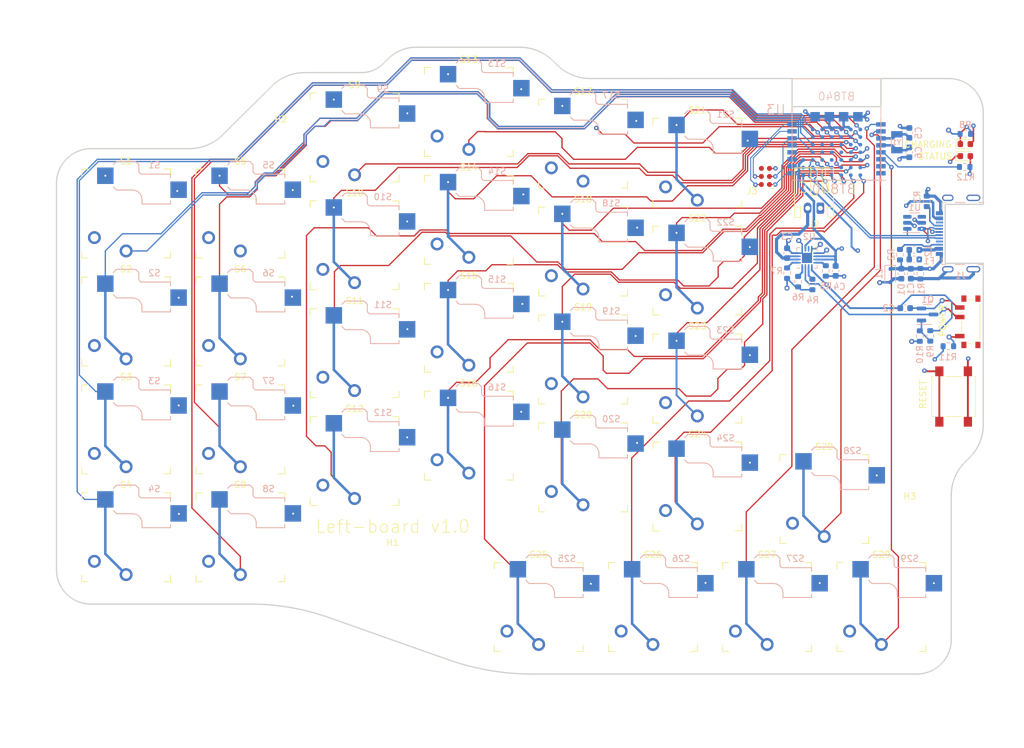
<source format=kicad_pcb>
(kicad_pcb (version 20240108) (generator "pcbnew") (generator_version "8.0")
  (title_block (title "mine") (rev "v1.0.0") (company "Unknown"))
  (layers (0 "F.Cu" signal) (1 "In1.Cu" signal) (2 "In2.Cu" signal) (31 "B.Cu" signal) (34 "B.Paste" user) (35 "F.Paste" user) (36 "B.SilkS" user "B.Silkscreen") (37 "F.SilkS" user "F.Silkscreen") (38 "B.Mask" user) (39 "F.Mask" user) (44 "Edge.Cuts" user))
  (net 0 "")
  (net 1 "GNDPWR")
  (net 2 "Earth")
  (net 3 "+5V")
  (net 4 "GND")
  (net 5 "+BATT")
  (net 6 "+VSW")
  (net 7 "Net-(U3-P0.00{slash}XL1)")
  (net 8 "Net-(U3-P0.01{slash}XL2)")
  (net 9 "Net-(F1-Pad1)")
  (net 10 "VBUS")
  (net 11 "Net-(J1-CC1)")
  (net 12 "USB-D+")
  (net 13 "USB-D-")
  (net 15 "Net-(J1-CC2)")
  (net 17 "VDD")
  (net 18 "SWDIO")
  (net 19 "RESET")
  (net 20 "SWDCLK")
  (net 22 "Net-(LED1-K)")
  (net 23 "Net-(LED2-A)")
  (net 24 "Net-(Q1-G)")
  (net 25 "SYSOFF")
  (net 26 "Net-(U2-TMR)")
  (net 27 "Net-(U2-ILIM)")
  (net 28 "Net-(U2-ISET)")
  (net 29 "Net-(U2-TS)")
  (net 30 "Net-(U2-~{CHG})")
  (net 31 "Net-(SW1-A)")
  (net 32 "P0.26")
  (net 33 "P0.27")
  (net 34 "P0.03")
  (net 36 "P1.11")
  (net 37 "P1.12")
  (net 38 "P0.05")
  (net 39 "P1.06")
  (net 40 "P1.13")
  (net 41 "P0.29")
  (net 42 "P1.10")
  (net 43 "P1.08")
  (net 44 "P0.28")
  (net 45 "P1.14")
  (net 46 "P0.07")
  (net 47 "P1.03")
  (net 48 "P0.24")
  (net 49 "P0.04")
  (net 50 "P0.08")
  (net 51 "P1.04")
  (net 52 "P0.23")
  (net 53 "P0.20")
  (net 54 "P1.02")
  (net 55 "P1.05")
  (net 56 "Net-(U3-P0.02{slash}AIN0)")
  (net 57 "P0.25")
  (net 58 "P1.07")
  (net 59 "P0.21")
  (net 78 "P1.01")
  (net 79 "P1.09")
  (net 81 "P1.15")
  (footprint "keyboard:Kailh_socket_PG1350_optional" (layer "F.Cu") (at 234.12 141.84)
    (property "Reference" "S24")
    (property "Value" "~")
  )
  (footprint "keyboard:Kailh_socket_PG1350_optional" (layer "F.Cu") (at 180.12 103.84)
    (property "Reference" "S10")
    (property "Value" "~")
  )
  (footprint "MountingHole:MountingHole_2.2mm_M2" (layer "F.Cu") (at 186.1 153.9)
    (property "Reference" "H1")
    (property "Value" "MountingHole")
  )
  (footprint "keyboard:SW_SPDT_PCM12" (layer "F.Cu") (at 276.9 115.9 90)
    (property "Reference" "SW1" (hide yes))
    (property "Value" "PWR")
  )
  (footprint "keyboard:Kailh_socket_PG1350_optional" (layer "F.Cu") (at 162.12 98.84)
    (property "Reference" "S5")
    (property "Value" "~")
  )
  (footprint "keyboard:Kailh_socket_PG1350_optional" (layer "F.Cu") (at 263.12 160.84)
    (property "Reference" "S29")
    (property "Value" "~")
  )
  (footprint "keyboard:Kailh_socket_PG1350_optional" (layer "F.Cu") (at 144.12 115.84)
    (property "Reference" "S2")
    (property "Value" "~")
  )
  (footprint "keyboard:Kailh_socket_PG1350_optional" (layer "F.Cu") (at 144.12 132.84)
    (property "Reference" "S3")
    (property "Value" "~")
  )
  (footprint "keyboard:Kailh_socket_PG1350_optional" (layer "F.Cu") (at 198.12 116.84)
    (property "Reference" "S15")
    (property "Value" "~")
  )
  (footprint "Connector:Tag-Connect_TC2030-IDC-NL_2x03_P1.27mm_Vertical" (layer "F.Cu") (at 244.85 93 90)
    (property "Reference" "J3")
    (property "Value" "Tag-Connect TC2030")
  )
  (footprint "keyboard:Kailh_socket_PG1350_optional" (layer "F.Cu") (at 198.12 133.84)
    (property "Reference" "S16")
    (property "Value" "~")
  )
  (footprint "keyboard:Kailh_socket_PG1350_optional" (layer "F.Cu") (at 162.12 115.84)
    (property "Reference" "S6")
    (property "Value" "~")
  )
  (footprint "MountingHole:MountingHole_2.2mm_M2" (layer "F.Cu") (at 168.5 87.2)
    (property "Reference" "H2")
    (property "Value" "MountingHole")
  )
  (footprint "Button_Switch_SMD:SW_SPST_B3S-1000" (layer "F.Cu") (at 274.5 127.675 90)
    (property "Reference" "SW2" (hide yes))
    (property "Value" "Reset")
  )
  (footprint "keyboard:Kailh_socket_PG1350_optional" (layer "F.Cu") (at 216.12 138.84)
    (property "Reference" "S20")
    (property "Value" "~")
  )
  (footprint "keyboard:Kailh_socket_PG1350_optional" (layer "F.Cu") (at 209.12 160.84)
    (property "Reference" "S25")
    (property "Value" "~")
  )
  (footprint "keyboard:Kailh_socket_PG1350_optional" (layer "F.Cu") (at 216.12 121.84)
    (property "Reference" "S19")
    (property "Value" "~")
  )
  (footprint "keyboard:Kailh_socket_PG1350_optional" (layer "F.Cu") (at 227.12 160.84)
    (property "Reference" "S26")
    (property "Value" "~")
  )
  (footprint "LED_SMD:LED_0603_1608Metric" (layer "F.Cu") (at 276.35 89.8)
    (property "Reference" "LED2" (hide yes))
    (property "Value" "green")
  )
  (footprint "keyboard:Kailh_socket_PG1350_optional" (layer "F.Cu") (at 245.12 160.84)
    (property "Reference" "S27")
    (property "Value" "~")
  )
  (footprint "keyboard:Kailh_socket_PG1350_optional" (layer "F.Cu") (at 216.12 87.84)
    (property "Reference" "S17")
    (property "Value" "~")
  )
  (footprint "keyboard:Kailh_socket_PG1350_optional" (layer "F.Cu") (at 216.12 104.84)
    (property "Reference" "S18")
    (property "Value" "~")
  )
  (footprint "keyboard:Kailh_socket_PG1350_optional" (layer "F.Cu") (at 198.12 99.84)
    (property "Reference" "S14")
    (property "Value" "~")
  )
  (footprint "keyboard:Kailh_socket_PG1350_optional" (layer "F.Cu") (at 254.12 143.84)
    (property "Reference" "S28")
    (property "Value" "~")
  )
  (footprint "keyboard:Kailh_socket_PG1350_optional" (layer "F.Cu") (at 162.12 132.84)
    (property "Reference" "S7")
    (property "Value" "~")
  )
  (footprint "Connector_JST:JST_PH_S2B-PH-K_1x02_P2.00mm_Horizontal" (layer "F.Cu") (at 253.5 98 180)
    (property "Reference" "J2")
    (property "Value" "Battery")
  )
  (footprint "keyboard:Kailh_socket_PG1350_optional" (layer "F.Cu") (at 198.12 82.84)
    (property "Reference" "S13")
    (property "Value" "~")
  )
  (footprint "keyboard:Kailh_socket_PG1350_optional" (layer "F.Cu") (at 234.12 124.84)
    (property "Reference" "S23")
    (property "Value" "~")
  )
  (footprint "keyboard:Kailh_socket_PG1350_optional" (layer "F.Cu") (at 234.12 90.84)
    (property "Reference" "S21")
    (property "Value" "~")
  )
  (footprint "keyboard:Kailh_socket_PG1350_optional" (layer "F.Cu") (at 234.12 107.84)
    (property "Reference" "S22")
    (property "Value" "~")
  )
  (footprint "keyboard:Kailh_socket_PG1350_optional" (layer "F.Cu") (at 180.12 86.84)
    (property "Reference" "S9")
    (property "Value" "~")
  )
  (footprint "keyboard:Kailh_socket_PG1350_optional" (layer "F.Cu") (at 180.12 120.84)
    (property "Reference" "S11")
    (property "Value" "~")
  )
  (footprint "keyboard:Kailh_socket_PG1350_optional" (layer "F.Cu") (at 162.12 149.84)
    (property "Reference" "S8")
    (property "Value" "~")
  )
  (footprint "LED_SMD:LED_0603_1608Metric" (layer "F.Cu") (at 276.35 87.9)
    (property "Reference" "LED1" (hide yes))
    (property "Value" "orange")
  )
  (footprint "keyboard:Kailh_socket_PG1350_optional" (layer "F.Cu") (at 180.12 137.84)
    (property "Reference" "S12")
    (property "Value" "~")
  )
  (footprint "keyboard:Kailh_socket_PG1350_optional" (layer "F.Cu") (at 144.12 149.84)
    (property "Reference" "S4")
    (property "Value" "~")
  )
  (footprint "MountingHole:MountingHole_2.2mm_M2" (layer "F.Cu") (at 267.6 146.6)
    (property "Reference" "H3")
    (property "Value" "MountingHole")
  )
  (footprint "keyboard:Kailh_socket_PG1350_optional" (layer "F.Cu") (at 144.12 98.84)
    (property "Reference" "S1")
    (property "Value" "~")
  )
  (footprint "Inductor_SMD:L_0603_1608Metric" (layer "B.Cu") (at 266.2625 108.325 -90)
    (property "Reference" "L1")
    (property "Value" "BLM18SG121TN1D")
  )
  (footprint "Resistor_SMD:R_0603_1608Metric" (layer "B.Cu") (at 270.275 96.925 -90)
    (property "Reference" "R3")
    (property "Value" "5.1 kOhm")
  )
  (footprint "Capacitor_SMD:C_0603_1608Metric" (layer "B.Cu") (at 255.9125 107.8875 -90)
    (property "Reference" "C4")
    (property "Value" "4.7 uF")
  )
  (footprint "Resistor_SMD:R_0603_1608Metric" (layer "B.Cu") (at 269.2625 108.325 90)
    (property "Reference" "R1")
    (property "Value" "1 MOhm")
  )
  (footprint "Resistor_SMD:R_0603_1608Metric" (layer "B.Cu") (at 252.25 110.025 -90)
    (property "Reference" "R4")
    (property "Value" "47 kOhm")
  )
  (footprint "Package_TO_SOT_SMD:SOT-23-6" (layer "B.Cu") (at 268.35 100.306974)
    (property "Reference" "U1")
    (property "Value" "SRV05-4")
  )
  (footprint "Resistor_SMD:R_0603_1608Metric" (layer "B.Cu") (at 276.35 86.3 180)
    (property "Reference" "R8")
    (property "Value" "1.5 kOhm")
  )
  (footprint "Resistor_SMD:R_0603_1608Metric" (layer "B.Cu") (at 266.05 105.325 90)
    (property "Reference" "R2")
    (property "Value" "5.1 kOhm")
  )
  (footprint "Resistor_SMD:R_0603_1608Metric" (layer "B.Cu") (at 273.675 119.75 180)
    (property "Reference" "R11")
    (property "Value" "100 kOhm")
  )
  (footprint "Package_DFN_QFN:VQFN-16-1EP_3x3mm_P0.5mm_EP1.6x1.6mm" (layer "B.Cu") (at 251.4 105.8375)
    (property "Reference" "U2")
    (property "Value" "BQ24075")
  )
  (footprint "Resistor_SMD:R_0603_1608Metric" (layer "B.Cu") (at 269.175 118.15 -90)
    (property "Reference" "R10")
    (property "Value" "10 kOhm")
  )
  (footprint "Crystal:Crystal_SMD_3215-2Pin_3.2x1.5mm" (layer "B.Cu") (at 265.56 87.61 -90)
    (property "Reference" "Y1")
    (property "Value" "ECS-.327-9-34B-TR")
  )
  (footprint "Package_TO_SOT_SMD:SOT-23" (layer "B.Cu") (at 270.375 114.75)
    (property "Reference" "Q1")
    (property "Value" "2N7002")
  )
  (footprint "Fuse:Fuse_0603_1608Metric" (layer "B.Cu") (at 268.3 106.075)
    (property "Reference" "F1")
    (property "Value" "ERB-RE0R75V")
  )
  (footprint "keyboard:Fanstel_BT840" (layer "B.Cu") (at 263.0484 93.59786 180)
    (property "Reference" "U3")
    (property "Value" "BT840")
  )
  (footprint "Resistor_SMD:R_0603_1608Metric" (layer "B.Cu") (at 250 109.575 -90)
    (property "Reference" "R6")
    (property "Value" "5.6 kOhm")
  )
  (footprint "Capacitor_SMD:C_0603_1608Metric" (layer "B.Cu") (at 267.52 89.2 90)
    (property "Reference" "C6")
    (property "Value" "12pF")
  )
  (footprint "Resistor_SMD:R_0603_1608Metric" (layer "B.Cu") (at 270.825 118.125 -90)
    (property "Reference" "R9")
    (property "Value" "100 Ohm")
  )
  (footprint "Capacitor_SMD:C_0603_1608Metric" (layer "B.Cu") (at 267.52 86.14 -90)
    (property "Reference" "C5")
    (property "Value" "12pF")
  )
  (footprint "keyboard:USB_C_Receptacle_GCT_USB4510-03-1-A" (layer "B.Cu") (at 276.66 102 -90)
    (property "Reference" "J1")
    (property "Value" "USB4510-03-1-A")
  )
  (footprint "Inductor_SMD:L_0603_1608Metric" (layer "B.Cu") (at 268.3 104.575 180)
    (property "Reference" "L2")
    (property "Value" "BLM18SG121TN1D")
  )
  (footprint "Resistor_SMD:R_0603_1608Metric" (layer "B.Cu") (at 276.25 91.5)
    (property "Reference" "R12")
    (property "Value" "470 Ohm")
  )
  (footprint "Capacitor_SMD:C_0603_1608Metric" (layer "B.Cu") (at 266.875 113.75)
    (property "Reference" "C2")
    (property "Value" "4.7 uF")
  )
  (footprint "Diode_SMD:D_SOD-323" (layer "B.Cu") (at 264.5125 108.625 -90)
    (property "Reference" "D1")
    (property "Value" "STS321050B100")
  )
  (footprint "Resistor_SMD:R_0603_1608Metric" (layer "B.Cu") (at 254.3625 107.8875 -90)
    (property "Reference" "R5")
    (property "Value" "1.5 kOhm")
  )
  (footprint "Resistor_SMD:R_0603_1608Metric" (layer "B.Cu") (at 248.2625 108.2375 -90)
    (property "Reference" "R7")
    (property "Value" "10 kOhm")
  )
  (footprint "Capacitor_SMD:C_0603_1608Metric" (layer "B.Cu") (at 267.7625 108.325 -90)
    (property "Reference" "C1")
    (property "Value" "100 nF")
  )
  (footprint "Capacitor_SMD:C_0603_1608Metric" (layer "B.Cu") (at 248.2625 105.0875 90)
    (property "Reference" "C3")
    (property "Value" "4.7 uF")
  )
  (gr_line (start 185.424851 74.438151) (end 184.586657 75.267558) (stroke (width 0.2)) (layer "Edge.Cuts"))
  (gr_line (start 274.132097 165.98243) (end 274.132097 143.211728) (stroke (width 0.2)) (layer "Edge.Cuts"))
  (gr_curve (pts (xy 274.132097 143.211728) (xy 274.132122 141.274467) (xy 274.901682 139.416553) (xy 276.2715 138.04667)) (stroke (width 0.2)) (layer "Edge.Cuts"))
  (gr_line (start 263.05 82) (end 263.05 77.570776) (stroke (width 0.2)) (layer "Edge.Cuts"))
  (gr_line (start 263.05 82) (end 249.05 82) (stroke (width 0.2)) (layer "Edge.Cuts"))
  (gr_curve (pts (xy 133.15 154.960372) (xy 133.1501 157.951333) (xy 135.574729 160.375962) (xy 138.565691 160.37606)) (stroke (width 0.2)) (layer "Edge.Cuts"))
  (gr_line (start 276.2715 138.04667) (end 277.035795 137.282898) (stroke (width 0.2)) (layer "Edge.Cuts"))
  (gr_curve (pts (xy 138.630286 88.619197) (xy 135.603469 88.61935) (xy 133.149868 91.073183) (xy 133.15 94.1)) (stroke (width 0.2)) (layer "Edge.Cuts"))
  (gr_line (start 138.565691 160.37606) (end 163.647364 160.375536) (stroke (width 0.2)) (layer "Edge.Cuts"))
  (gr_curve (pts (xy 172.257691 76.637499) (xy 170.319353 76.637478) (xy 168.459319 77.402402) (xy 167.081779 78.766052)) (stroke (width 0.2)) (layer "Edge.Cuts"))
  (gr_curve (pts (xy 194.849593 169.135216) (xy 199.090092 170.633181) (xy 203.554589 171.398583) (xy 208.051891 171.398643)) (stroke (width 0.2)) (layer "Edge.Cuts"))
  (gr_curve (pts (xy 159.279155 86.490645) (xy 157.901616 87.854294) (xy 156.041582 88.619219) (xy 154.103244 88.619197)) (stroke (width 0.2)) (layer "Edge.Cuts"))
  (gr_line (start 206.146578 72.643428) (end 189.787883 72.643428) (stroke (width 0.2)) (layer "Edge.Cuts"))
  (gr_curve (pts (xy 268.716398 171.398129) (xy 271.707337 171.397962) (xy 274.13193 168.973369) (xy 274.132097 165.98243)) (stroke (width 0.2)) (layer "Edge.Cuts"))
  (gr_curve (pts (xy 277.588891 79.157079) (xy 276.573141 78.14133) (xy 275.195472 77.570716) (xy 273.758985 77.570776)) (stroke (width 0.2)) (layer "Edge.Cuts"))
  (gr_line (start 279.175199 97.4) (end 279.175199 82.986982) (stroke (width 0.2)) (layer "Edge.Cuts"))
  (gr_line (start 181.256624 76.637499) (end 172.257691 76.637499) (stroke (width 0.2)) (layer "Edge.Cuts"))
  (gr_line (start 154.103244 88.619197) (end 138.630286 88.619197) (stroke (width 0.2)) (layer "Edge.Cuts"))
  (gr_curve (pts (xy 229.03149 77.570776) (xy 227.773858 77.570755) (xy 226.516226 77.570755) (xy 225.258594 77.570776)) (stroke (width 0.2)) (layer "Edge.Cuts"))
  (gr_line (start 273.18 106.69) (end 273.18 97.4) (stroke (width 0.2)) (layer "Edge.Cuts"))
  (gr_curve (pts (xy 277.035795 137.282898) (xy 278.405741 135.912886) (xy 279.175313 134.054758) (xy 279.175199 132.117315)) (stroke (width 0.2)) (layer "Edge.Cuts"))
  (gr_curve (pts (xy 189.787883 72.643428) (xy 188.153891 72.64351) (xy 186.585959 73.288475) (xy 185.424851 74.438151)) (stroke (width 0.2)) (layer "Edge.Cuts"))
  (gr_line (start 273.758985 77.570776) (end 263.05 77.570776) (stroke (width 0.2)) (layer "Edge.Cuts"))
  (gr_line (start 249.05 77.57) (end 229.03149 77.570776) (stroke (width 0.2)) (layer "Edge.Cuts"))
  (gr_line (start 273.18 106.69) (end 279.175199 106.69) (stroke (width 0.2)) (layer "Edge.Cuts"))
  (gr_line (start 279.175199 132.117315) (end 279.175199 106.69) (stroke (width 0.2)) (layer "Edge.Cuts"))
  (gr_line (start 225.258594 77.570776) (end 217.240476 77.571293) (stroke (width 0.2)) (layer "Edge.Cuts"))
  (gr_curve (pts (xy 211.335923 74.758027) (xy 209.948707 73.402458) (xy 208.086148 72.643486) (xy 206.146578 72.643428)) (stroke (width 0.2)) (layer "Edge.Cuts"))
  (gr_line (start 208.051891 171.398643) (end 268.716398 171.398129) (stroke (width 0.2)) (layer "Edge.Cuts"))
  (gr_line (start 249.05 82) (end 249.05 77.57) (stroke (width 0.2)) (layer "Edge.Cuts"))
  (gr_line (start 133.15 94.1) (end 133.15 154.960372) (stroke (width 0.2)) (layer "Edge.Cuts"))
  (gr_line (start 273.18 97.4) (end 279.175199 97.4) (stroke (width 0.2)) (layer "Edge.Cuts"))
  (gr_line (start 212.051131 75.456693) (end 211.335923 74.758027) (stroke (width 0.2)) (layer "Edge.Cuts"))
  (gr_line (start 176.087431 162.507708) (end 194.849593 169.135216) (stroke (width 0.2)) (layer "Edge.Cuts"))
  (gr_curve (pts (xy 279.175199 82.986982) (xy 279.175257 81.550496) (xy 278.604641 80.172827) (xy 277.588891 79.157079)) (stroke (width 0.2)) (layer "Edge.Cuts"))
  (gr_curve (pts (xy 163.647364 160.375536) (xy 167.884986 160.375366) (xy 172.091732 161.096384) (xy 176.087431 162.507708)) (stroke (width 0.2)) (layer "Edge.Cuts"))
  (gr_curve (pts (xy 217.240476 77.571293) (xy 215.300898 77.571272) (xy 213.438325 76.812295) (xy 212.051131 75.456693)) (stroke (width 0.2)) (layer "Edge.Cuts"))
  (gr_curve (pts (xy 184.586657 75.267558) (xy 183.700516 76.145144) (xy 182.503783 76.637468) (xy 181.256624 76.637499)) (stroke (width 0.2)) (layer "Edge.Cuts"))
  (gr_line (start 167.081779 78.766052) (end 159.279155 86.490645) (stroke (width 0.2)) (layer "Edge.Cuts"))
  (gr_text "Left-board v1.0" (at 173.85 149.325 0) (layer "F.SilkS") (effects (font (size 2 2)) (justify left bottom)))
  (gr_text "STATUS" (at 268.85 90.425 0) (layer "F.SilkS") (effects (font (size 1 1)) (justify left bottom)))
  (gr_text "CHARGING" (at 266.65 88.525 0) (layer "F.SilkS") (effects (font (size 1 1)) (justify left bottom)))
  (gr_text "RESET" (at 270.25 129.725 90) (layer "F.SilkS") (effects (font (size 1 1)) (justify left bottom)))
  (gr_text "POWER" (at 273.35 118.375 90) (layer "F.SilkS") (effects (font (size 1 1)) (justify left bottom)))
  (via (at 270.75 107.55) (size 0.7) (drill 0.3) (layers "F.Cu" "B.Cu") (net 1))
  (via (at 270.5 95) (size 0.7) (drill 0.3) (layers "F.Cu" "B.Cu") (net 1))
  (segment (start 272.46 98.8) (end 272.46 97.04) (width 0.5) (layer "B.Cu") (net 1))
  (segment (start 267.7625 107.55) (end 266.275 107.55) (width 0.5) (layer "B.Cu") (net 1))
  (segment (start 266.2625 106.3625) (end 266.05 106.15) (width 0.25) (layer "B.Cu") (net 1))
  (segment (start 271.52 96.1) (end 270.275 96.1) (width 0.5) (layer "B.Cu") (net 1))
  (segment (start 272.46 97.04) (end 271.52 96.1) (width 0.5) (layer "B.Cu") (net 1))
  (segment (start 266.275 107.55) (end 266.2625 107.5375) (width 0.5) (layer "B.Cu") (net 1))
  (segment (start 271.3 107.55) (end 270.75 107.55) (width 0.5) (layer "B.Cu") (net 1))
  (segment (start 266.2625 107.5375) (end 264.55 107.5375) (width 0.5) (layer "B.Cu") (net 1))
  (segment (start 272.55 105.2) (end 272.55 106.3) (width 0.5) (layer "B.Cu") (net 1))
  (segment (start 264.55 107.5375) (end 264.5125 107.575) (width 0.5) (layer "B.Cu") (net 1))
  (segment (start 266.2625 107.5375) (end 266.2625 106.3625) (width 0.25) (layer "B.Cu") (net 1))
  (segment (start 270.275 95.225) (end 270.5 95) (width 0.5) (layer "B.Cu") (net 1))
  (segment (start 270.75 107.55) (end 267.7625 107.55) (width 0.5) (layer "B.Cu") (net 1))
  (segment (start 270.275 96.1) (end 270.275 95.225) (width 0.5) (layer "B.Cu") (net 1))
  (segment (start 272.55 106.3) (end 271.3 107.55) (width 0.5) (layer "B.Cu") (net 1))
  (segment (start 272.3 109) (end 277 109) (width 0.5) (layer "B.Cu") (net 2))
  (segment (start 277.61 108.39) (end 277.61 107.62) (width 0.5) (layer "B.Cu") (net 2))
  (segment (start 272.2 109.1) (end 273.675 107.625) (width 0.5) (layer "B.Cu") (net 2))
  (segment (start 267.7625 109.1) (end 272.2 109.1) (width 0.5) (layer "B.Cu") (net 2))
  (segment (start 272.2 109.1) (end 272.3 109) (width 0.5) (layer "B.Cu") (net 2))
  (segment (start 277 109) (end 277.61 108.39) (width 0.5) (layer "B.Cu") (net 2))
  (via (at 269.0875 106.075) (size 0.7) (drill 0.3) (layers "F.Cu" "B.Cu") (net 3))
  (via (at 254.463496 110.036504) (size 0.7) (drill 0.3) (layers "F.Cu" "B.Cu") (net 3))
  (via (at 268.350201 99.825862) (size 0.7) (drill 0.3) (layers "F.Cu" "B.Cu") (net 3))
  (via (at 259.4 104.68) (size 0.7) (drill 0.3) (layers "F.Cu" "B.Cu") (net 3))
  (segment (start 252.15 107.758358) (end 254.428146 110.036504) (width 0.3) (layer "B.Cu") (net 3))
  (segment (start 274.22 112.8) (end 273.13 111.71) (width 0.25) (layer "B.Cu") (net 3))
  (segment (start 267.85 111.71) (end 266.1 113.46) (width 0.25) (layer "B.Cu") (net 3))
  (segment (start 258.420256 104.060256) (end 259.04 104.68) (width 0.3) (layer "B.Cu") (net 3))
  (segment (start 266.1 113.46) (end 266.1 113.75) (width 0.25) (layer "B.Cu") (net 3))
  (segment (start 252.15 107.275) (end 252.15 107.758358) (width 0.3) (layer "B.Cu") (net 3))
  (segment (start 253.019744 95.76) (end 258.420256 101.160512) (width 0.3) (layer "B.Cu") (net 3))
  (segment (start 258.420256 101.160512) (end 258.420256 104.060256) (width 0.3) (layer "B.Cu") (net 3))
  (segment (start 269.4875 100.306974) (end 268.929471 100.306974) (width 0.4) (layer "B.Cu") (net 3))
  (segment (start 254.428146 110.036504) (end 254.463496 110.036504) (width 0.3) (layer "B.Cu") (net 3))
  (segment (start 274.22 115.3) (end 274.22 112.8) (width 0.25) (layer "B.Cu") (net 3))
  (segment (start 258.176992 113.75) (end 254.463496 110.036504) (width 0.3) (layer "B.Cu") (net 3))
  (segment (start 250.80052 94.08052) (end 252.48 95.76) (width 0.3) (layer "B.Cu") (net 3))
  (segment (start 273.13 111.71) (end 267.85 111.71) (width 0.25) (layer "B.Cu") (net 3))
  (segment (start 259.04 104.68) (end 259.4 104.68) (width 0.3) (layer "B.Cu") (net 3))
  (segment (start 272.22 117.3) (end 274.22 115.3) (width 0.25) (layer "B.Cu") (net 3))
  (segment (start 268.448359 99.825862) (end 268.350201 99.825862) (width 0.4) (layer "B.Cu") (net 3))
  (segment (start 268.929471 100.306974) (end 268.448359 99.825862) (width 0.4) (layer "B.Cu") (net 3))
  (segment (start 250.80052 92.8003) (end 250.80052 94.08052) (width 0.3) (layer "B.Cu") (net 3))
  (segment (start 266.1 113.75) (end 258.176992 113.75) (width 0.3) (layer "B.Cu") (net 3))
  (segment (start 270.825 117.3) (end 272.22 117.3) (width 0.25) (layer "B.Cu") (net 3))
  (segment (start 252.48 95.76) (end 253.019744 95.76) (width 0.3) (layer "B.Cu") (net 3))
  (segment (start 275.07 113.65) (end 273.985 112.565) (width 0.25) (layer "F.Cu") (net 4))
  (segment (start 268.275 100.862848) (end 268.349842 100.788006) (width 0.4) (layer "F.Cu") (net 4))
  (segment (start 245.485 91.73) (end 246.43 91.73) (width 0.15) (layer "F.Cu") (net 4))
  (segment (start 274.85 89.8) (end 273.95 90.7) (width 0.25) (layer "F.Cu") (net 4))
  (segment (start 273.985 112.565) (end 272.69 112.565) (width 0.25) (layer "F.Cu") (net 4))
  (segment (start 275.5625 89.8) (end 274.85 89.8) (width 0.25) (layer "F.Cu") (net 4))
  (segment (start 275.47 113.65) (end 275.07 113.65) (width 0.25) (layer "F.Cu") (net 4))
  (segment (start 276.75 131.65) (end 276.75 123.7) (width 0.3) (layer "F.Cu") (net 4))
  (segment (start 276.75 123.7) (end 276.75 121.75) (width 0.3) (layer "F.Cu") (net 4))
  (segment (start 276.75 121.75) (end 276.8 121.7) (width 0.3) (layer "F.Cu") (net 4))
  (via (at 170.44 146.13) (size 0.7) (drill 0.3) (layers "F.Cu" "B.Cu") (net 4))
  (via (at 206.38 79.25) (size 0.7) (drill 0.3) (layers "F.Cu" "B.Cu") (net 4))
  (via (at 271.39 157.09) (size 0.7) (drill 0.3) (layers "F.Cu" "B.Cu") (net 4))
  (via (at 242.41 138.09) (size 0.7) (drill 0.3) (layers "F.Cu" "B.Cu") (net 4))
  (via (at 257.25 108.75) (size 0.7) (drill 0.3) (layers "F.Cu" "B.Cu") (net 4))
  (via (at 188.41 100.09) (size 0.7) (drill 0.3) (layers "F.Cu" "B.Cu") (net 4))
  (via (at 188.43 83.06) (size 0.7) (drill 0.3) (layers "F.Cu" "B.Cu") (net 4))
  (via (at 250.1 103.1) (size 0.8) (drill 0.4) (layers "F.Cu" "B.Cu") (net 4))
  (via (at 224.5 84.25) (size 0.7) (drill 0.3) (layers "F.Cu" "B.Cu") (net 4))
  (via (at 248.25 110.59) (size 0.8) (drill 0.4) (layers "F.Cu" "B.Cu") (net 4))
  (via (at 246.43 91.73) (size 0.7) (drill 0.3) (layers "F.Cu" "B.Cu") (net 4))
  (via (at 265.97 90.310002) (size 0.7) (drill 0.3) (layers "F.Cu" "B.Cu") (net 4))
  (via (at 152.44 146.17) (size 0.7) (drill 0.3) (layers "F.Cu" "B.Cu") (net 4))
  (via (at 242.4 121.16) (size 0.7) (drill 0.3) (layers "F.Cu" "B.Cu") (net 4))
  (via (at 206.37 130.08) (size 0.7) (drill 0.3) (layers "F.Cu" "B.Cu") (net 4))
  (via (at 152.18 95.29) (size 0.7) (drill 0.3) (layers "F.Cu" "B.Cu") (net 4))
  (via (at 260.88 84.03) (size 0.7) (drill 0.3) (layers "F.Cu" "B.Cu") (net 4))
  (via (at 224.4 118.14) (size 0.7) (drill 0.3) (layers "F.Cu" "B.Cu") (net 4))
  (via (at 248.5 103.1) (size 0.8) (drill 0.4) (layers "F.Cu" "B.Cu") (net 4))
  (via (at 188.44 117.06) (size 0.7) (drill 0.3) (layers "F.Cu" "B.Cu") (net 4))
  (via (at 268.349842 100.788006) (size 0.7) (drill 0.3) (layers "F.Cu" "B.Cu") (net 4))
  (via (at 276.8 121.7) (size 0.7) (drill 0.3) (layers "F.Cu" "B.Cu") (net 4))
  (via (at 266.05 85.07) (size 0.7) (drill 0.3) (layers "F.Cu" "B.Cu") (net 4))
  (via (at 273.95 90.7) (size 0.7) (drill 0.3) (layers "F.Cu" "B.Cu") (net 4))
  (via (at 224.64 101.06) (size 0.7) (drill 0.3) (layers "F.Cu" "B.Cu") (net 4))
  (via (at 242.045995 87.365995) (size 0.7) (drill 0.3) (layers "F.Cu" "B.Cu") (net 4))
  (via (at 152.4 129.08) (size 0.7) (drill 0.3) (layers "F.Cu" "B.Cu") (net 4))
  (via (at 242.39 104.13) (size 0.7) (drill 0.3) (layers "F.Cu" "B.Cu") (net 4))
  (via (at 206.55 113.09) (size 0.7) (drill 0.3) (layers "F.Cu" "B.Cu") (net 4))
  (via (at 262.8625 109.725) (size 0.8) (drill 0.4) (layers "F.Cu" "B.Cu") (net 4))
  (via (at 260.99 82.97) (size 0.7) (drill 0.3) (layers "F.Cu" "B.Cu") (net 4))
  (via (at 235.41 157.04) (size 0.7) (drill 0.3) (layers "F.Cu" "B.Cu") (net 4))
  (via (at 251.139886 82.768839) (size 0.7) (drill 0.3) (layers "F.Cu" "B.Cu") (net 4))
  (via (at 217.34 157.18) (size 0.7) (drill 0.3) (layers "F.Cu" "B.Cu") (net 4))
  (via (at 253.5 103.7) (size 0.8) (drill 0.4) (layers "F.Cu" "B.Cu") (net 4))
  (via (at 206.7 95.83) (size 0.7) (drill 0.3) (layers "F.Cu" "B.Cu") (net 4))
  (via (at 170.38 95.15) (size 0.7) (drill 0.3) (layers "F.Cu" "B.Cu") (net 4))
  (via (at 262.39 140.11) (size 0.7) (drill 0.3) (layers "F.Cu" "B.Cu") (net 4))
  (via (at 170.25 111.95) (size 0.7) (drill 0.3) (layers "F.Cu" "B.Cu") (net 4))
  (via (at 152.41 112.11) (size 0.7) (drill 0.3) (layers "F.Cu" "B.Cu") (net 4))
  (via (at 188.41 134.11) (size 0.7) (drill 0.3) (layers "F.Cu" "B.Cu") (net 4))
  (via (at 253.41 157.07) (size 0.7) (drill 0.3) (layers "F.Cu" "B.Cu") (net 4))
  (via (at 272.69 112.565) (size 0.8) (drill 0.4) (layers "F.Cu" "B.Cu") (net 4))
  (via (at 267.9 119) (size 0.8) (drill 0.4) (layers "F.Cu" "B.Cu") (net 4))
  (via (at 224.63 134.99) (size 0.7) (drill 0.3) (layers "F.Cu" "B.Cu") (net 4))
  (via (at 170.47 129.12) (size 0.7) (drill 0.3) (layers "F.Cu" "B.Cu") (net 4))
  (segment (start 188.4 83.09) (end 188.43 83.06) (width 0.15) (layer "B.Cu") (net 4))
  (segment (start 254.3625 108.7125) (end 255.8625 108.7125) (width 0.25) (layer "B.Cu") (net 4))
  (segment (start 267.2125 100.306974) (end 267.706974 100.306974) (width 0.4) (layer "B.Cu") (net 4))
  (segment (start 267.706974 100.306974) (end 268.275 100.875) (width 0.4) (layer "B.Cu") (net 4))
  (segment (start 269.3875 113.75) (end 269.4375 113.8) (width 0.25) (layer "B.Cu") (net 4))
  (segment (start 248.2625 103.3375) (end 248.5 103.1) (width 0.3) (layer "B.Cu") (net 4))
  (segment (start 188.395 134.09) (end 188.395 134.095) (width 0.15) (layer "B.Cu") (net 4))
  (segment (start 260.44788 83.59788) (end 260.88 84.03) (width 0.4) (layer "B.Cu") (net 4))
  (segment (start 267.52 89.975) (end 266.305002 89.975) (width 0.4) (layer "B.Cu") (net 4))
  (segment (start 242.395 138.09) (end 242.41 138.09) (width 0.15) (layer "B.Cu") (net 4))
  (segment (start 253.80026 85.5994) (end 254.09998 85.29968) (width 0.4) (layer "B.Cu") (net 4))
  (segment (start 152.395 129.09) (end 152.395 129.085) (width 0.15) (layer "B.Cu") (net 4))
  (segment (start 170.395 146.09) (end 170.4 146.09) (width 0.15) (layer "B.Cu") (net 4))
  (segment (start 217.395 157.09) (end 217.395 157.125) (width 0.15) (layer "B.Cu") (net 4))
  (segment (start 206.38 130.09) (end 206.37 130.08) (width 0.15) (layer "B.Cu") (net 4))
  (segment (start 259.41874 83.59788) (end 260.36212 83.59788) (width 0.4) (layer "B.Cu") (net 4))
  (segment (start 260.36212 83.59788) (end 260.99 82.97) (width 0.4) (layer "B.Cu") (net 4))
  (segment (start 251.968927 83.59788) (end 251.139886 82.768839) (width 0.4) (layer "B.Cu") (net 4))
  (segment (start 267.925 118.975) (end 267.9 119) (width 0.25) (layer "B.Cu") (net 4))
  (segment (start 250 110.4) (end 249.6 110.4) (width 0.25) (layer "B.Cu") (net 4))
  (segment (start 250.65 104.4) (end 250.65 105.0875) (width 0.2) (layer "B.Cu") (net 4))
  (segment (start 235.395 157.09) (end 235.395 157.055) (width 0.15) (layer "B.Cu") (net 4))
  (segment (start 250.65 105.0875) (end 251.4 105.8375) (width 0.2) (layer "B.Cu") (net 4))
  (segment (start 248.2625 104.3125) (end 248.2625 103.3375) (width 0.3) (layer "B.Cu") (net 4))
  (segment (start 224.61 101.09) (end 224.64 101.06) (width 0.15) (layer "B.Cu") (net 4))
  (segment (start 252.8 104.4) (end 253.5 103.7) (width 0.2) (layer "B.Cu") (net 4))
  (segment (start 249.9625 105.0875) (end 250.65 105.0875) (width 0.2) (layer "B.Cu") (net 4))
  (segment (start 249.0375 105.0875) (end 248.2625 104.3125) (width 0.3) (layer "B.Cu") (net 4))
  (segment (start 252.25 110.85) (end 250.45 110.85) (width 0.25) (layer "B.Cu") (net 4))
  (segment (start 254.9204 83.59788) (end 252.66996 83.59788) (width 0.4) (layer "B.Cu") (net 4))
  (segment (start 252.15 104.4) (end 252.8 104.4) (width 0.2) (layer "B.Cu") (net 4))
  (segment (start 250.65 104.4) (end 250.65 103.65) (width 0.2) (layer "B.Cu") (net 4))
  (segment (start 152.395 129.085) (end 152.4 129.08) (width 0.15) (layer "B.Cu") (net 4))
  (segment (start 235.395 157.055) (end 235.41 157.04) (width 0.15) (layer "B.Cu") (net 4))
  (segment (start 271.455 113.8) (end 272.69 112.565) (width 0.25) (layer "B.Cu") (net 4))
  (segment (start 188.395 134.095) (end 188.41 134.11) (width 0.15) (layer "B.Cu") (net 4))
  (segment (start 152.395 95.09) (end 152.38 95.09) (width 0.15) (layer "B.Cu") (net 4))
  (segment (start 224.395 84.09) (end 224.395 84.145) (width 0.15) (layer "B.Cu") (net 4))
  (segment (start 242.395 104.09) (end 242.395 104.125) (width 0.15) (layer "B.Cu") (net 4))
  (segment (start 152.395 112.095) (end 152.41 112.11) (width 0.15) (layer "B.Cu") (net 4))
  (segment (start 257.9292 85.23) (end 258.2986 85.5994) (width 0.4) (layer "B.Cu") (net 4))
  (segment (start 262.395 140.105) (end 262.39 140.11) (width 0.15) (layer "B.Cu") (net 4))
  (segment (start 253.395 157.09) (end 253.395 157.085) (width 0.15) (layer "B.Cu") (net 4))
  (segment (start 224.395 118.09) (end 224.395 118.135) (width 0.15) (layer "B.Cu") (net 4))
  (segment (start 206.395 96.09) (end 206.44 96.09) (width 0.15) (layer "B.Cu") (net 4))
  (segment (start 255.9125 108.6625) (end 256.75 108.6625) (width 0.25) (layer "B.Cu") (net 4))
  (segment (start 248.2625 110.5775) (end 248.25 110.59) (width 0.25) (layer "B.Cu") (net 4))
  (segment (start 206.395 79.235) (end 206.38 79.25) (width 0.15) (layer "B.Cu") (net 4))
  (segment (start 250.45 110.85) (end 250 110.4) (width 0.25) (layer "B.Cu") (net 4))
  (segment (start 242.395 104.125) (end 242.39 104.13) (width 0.15) (layer "B.Cu") (net 4))
  (segment (start 254.09998 85.29968) (end 254.99914 85.29968) (width 0.4) (layer "B.Cu") (net 4))
  (segment (start 253.395 157.085) (end 253.41 157.07) (width 0.15) (layer "B.Cu") (net 4))
  (segment (start 170.4 146.09) (end 170.44 146.13) (width 0.15) (layer "B.Cu") (net 4))
  (segment (start 242.395 121.155) (end 242.4 121.16) (width 0.15) (layer "B.Cu") (net 4))
  (segment (start 224.395 118.135) (end 224.4 118.14) (width 0.15) (layer "B.Cu") (net 4))
  (segment (start 254.99914 85.29968) (end 255.29886 85.5994) (width 0.4) (layer "B.Cu") (net 4))
  (segment (start 206.395 79.09) (end 206.395 79.235) (width 0.15) (layer "B.Cu") (net 4))
  (segment (start 252.66996 83.59788) (end 251.968927 83.59788) (width 0.4) (layer "B.Cu") (net 4))
  (segment (start 257.17084 85.22856) (end 257.17084 83.59788) (width 0.4) (layer "B.Cu") (net 4))
  (segment (start 252.1 105.1375) (end 251.4 105.8375) (width 0.2) (layer "B.Cu") (net 4))
  (segment (start 254.9204 83.59788) (end 257.17084 83.59788) (width 0.4) (layer "B.Cu") (net 4))
  (segment (start 264.5125 109.675) (end 262.9125 109.675) (width 0.4) (layer "B.Cu") (net 4))
  (segment (start 224.53 135.09) (end 224.63 134.99) (width 0.15) (layer "B.Cu") (net 4))
  (segment (start 224.395 84.145) (end 224.5 84.25) (width 0.15) (layer "B.Cu") (net 4))
  (segment (start 249.9625 105.0875) (end 249.0375 105.0875) (width 0.3) (layer "B.Cu") (net 4))
  (segment (start 265.075 109.1125) (end 264.5125 109.675) (width 0.5) (layer "B.Cu") (net 4))
  (segment (start 266.305002 89.975) (end 265.97 90.310002) (width 0.4) (layer "B.Cu") (net 4))
  (segment (start 206.395 113.09) (end 206.55 113.09) (width 0.15) (layer "B.Cu") (net 4))
  (segment (start 242.119005 87.365995) (end 242.045995 87.365995) (width 0.15) (layer "B.Cu") (net 4))
  (segment (start 256.50028 85.29968) (end 256.8 85.5994) (width 0.4) (layer "B.Cu") (net 4))
  (segment (start 256.8 85.5994) (end 257.1694 85.23) (width 0.4) (layer "B.Cu") (net 4))
  (segment (start 248.2625 109.0625) (end 248.2625 110.5775) (width 0.25) (layer "B.Cu") (net 4))
  (segment (start 259.41874 83.59788) (end 257.17084 83.59788) (width 0.4) (layer "B.Cu") (net 4))
  (segment (start 188.395 117.09) (end 188.41 117.09) (width 0.15) (layer "B.Cu") (net 4))
  (segment (start 188.395 83.09) (end 188.4 83.09) (width 0.15) (layer "B.Cu") (net 4))
  (segment (start 152.395 146.09) (end 152.395 146.125) (width 0.15) (layer "B.Cu") (net 4))
  (segment (start 269.175 118.975) (end 267.925 118.975) (width 0.25) (layer "B.Cu") (net 4))
  (segment (start 188.395 100.09) (end 188.41 100.09) (width 0.15) (layer "B.Cu") (net 4))
  (segment (start 224.395 135.09) (end 224.53 135.09) (width 0.15) (layer "B.Cu") (net 4))
  (segment (start 188.41 117.09) (end 188.44 117.06) (width 0.15) (layer "B.Cu") (net 4))
  (segment (start 266.2625 109.1125) (end 265.075 109.1125) (width 0.5) (layer "B.Cu") (net 4))
  (segment (start 252.15 104.4) (end 252.1 104.45) (width 0.2) (layer "B.Cu") (net 4))
  (segment (start 254.9204 85.22094) (end 254.9204 83.59788) (width 0.4) (layer "B.Cu") (net 4))
  (segment (start 267.52 85.365) (end 266.345 85.365) (width 0.4) (layer "B.Cu") (net 4))
  (segment (start 262.395 140.09) (end 262.395 140.105) (width 0.15) (layer "B.Cu") (net 4))
  (segment (start 152.38 95.09) (end 152.18 95.29) (width 0.15) (layer "B.Cu") (net 4))
  (segment (start 242.395 121.09) (end 242.395 121.155) (width 0.15) (layer "B.Cu") (net 4))
  (segment (start 170.395 112.09) (end 170.39 112.09) (width 0.15) (layer "B.Cu") (net 4))
  (segment (start 152.395 112.09) (end 152.395 112.095) (width 0.15) (layer "B.Cu") (net 4))
  (segment (start 152.395 146.125) (end 152.44 146.17) (width 0.15) (layer "B.Cu") (net 4))
  (segment (start 206.395 130.09) (end 206.38 130.09) (width 0.15) (layer "B.Cu") (net 4))
  (segment (start 255.59858 85.29968) (end 256.50028 85.29968) (width 0.4) (layer "B.Cu") (net 4))
  (segment (start 259.41874 83.59788) (end 260.44788 83.59788) (width 0.4) (layer "B.Cu") (net 4))
  (segment (start 170.39 112.09) (end 170.25 111.95) (width 0.15) (layer "B.Cu") (net 4))
  (segment (start 266.345 85.365) (end 266.05 85.07) (width 0.4) (layer "B.Cu") (net 4))
  (segment (start 252.1 104.45) (end 252.1 105.1375) (width 0.2) (layer "B.Cu") (net 4))
  (segment (start 224.395 101.09) (end 224.61 101.09) (width 0.15) (layer "B.Cu") (net 4))
  (segment (start 170.395 95.09) (end 170.395 95.135) (width 0.15) (layer "B.Cu") (net 4))
  (segment (start 249.6 110.4) (end 248.2625 109.0625) (width 0.25) (layer "B.Cu") (net 4))
  (segment (start 271.395 157.09) (end 271.39 157.09) (width 0.15) (layer "B.Cu") (net 4))
  (segment (start 170.395 129.09) (end 170.44 129.09) (width 0.15) (layer "B.Cu") (net 4))
  (segment (start 255.29886 85.5994) (end 255.59858 85.29968) (width 0.4) (layer "B.Cu") (net 4))
  (segment (start 254.99914 85.29968) (end 254.9204 85.22094) (width 0.4) (layer "B.Cu") (net 4))
  (segment (start 256.8 85.5994) (end 257.17084 85.22856) (width 0.4) (layer "B.Cu") (net 4))
  (segment (start 217.395 157.125) (end 217.34 157.18) (width 0.15) (layer "B.Cu") (net 4))
  (segment (start 242.395 87.09) (end 242.119005 87.365995) (width 0.15) (layer "B.Cu") (net 4))
  (segment (start 257.1694 85.23) (end 257.9292 85.23) (width 0.4) (layer "B.Cu") (net 4))
  (segment (start 256.75 108.6625) (end 257.1625 108.6625) (width 0.25) (layer "B.Cu") (net 4))
  (segment (start 267.65 113.75) (end 269.3875 113.75) (width 0.25) (layer "B.Cu") (net 4))
  (segment (start 170.395 95.135) (end 170.38 95.15) (width 0.15) (layer "B.Cu") (net 4))
  (segment (start 262.9125 109.675) (end 262.8625 109.725) (width 0.4) (layer "B.Cu") (net 4))
  (segment (start 269.4375 113.8) (end 271.455 113.8) (width 0.25) (layer "B.Cu") (net 4))
  (segment (start 170.44 129.09) (end 170.47 129.12) (width 0.15) (layer "B.Cu") (net 4))
  (segment (start 206.44 96.09) (end 206.7 95.83) (width 0.15) (layer "B.Cu") (net 4))
  (segment (start 255.8625 108.7125) (end 255.9125 108.6625) (width 0.25) (layer "B.Cu") (net 4))
  (segment (start 250.65 103.65) (end 250.1 103.1) (width 0.2) (layer "B.Cu") (net 4))
  (segment (start 257.1625 108.6625) (end 257.25 108.75) (width 0.25) (layer "B.Cu") (net 4))
  (via (at 271.54 121.82) (size 0.7) (drill 0.3) (layers "F.Cu" "B.Cu") (net 5))
  (segment (start 248.4875 106.0875) (end 248.2625 105.8625) (width 0.3) (layer "B.Cu") (net 5))
  (segment (start 251.5 100.7) (end 250.1 102.1) (width 0.5) (layer "B.Cu") (net 5))
  (segment (start 249.9625 106.0875) (end 248.4875 106.0875) (width 0.3) (layer "B.Cu") (net 5))
  (segment (start 247.4 102.1) (end 246.6 102.9) (width 0.5) (layer "B.Cu") (net 5))
  (segment (start 250.1 102.1) (end 247.4 102.1) (width 0.5) (layer "B.Cu") (net 5))
  (segment (start 248.5375 105.5875) (end 248.2625 105.8625) (width 0.3) (layer "B.Cu") (net 5))
  (segment (start 251.5 98) (end 251.5 100.7) (width 0.5) (layer "B.Cu") (net 5))
  (segment (start 246.6 104.9) (end 247.5625 105.8625) (width 0.5) (layer "B.Cu") (net 5))
  (segment (start 249.9625 105.5875) (end 248.5375 105.5875) (width 0.3) (layer "B.Cu") (net 5))
  (segment (start 247.5625 105.8625) (end 248.2625 105.8625) (width 0.5) (layer "B.Cu") (net 5))
  (segment (start 246.6 102.9) (end 246.6 104.9) (width 0.5) (layer "B.Cu") (net 5))
  (segment (start 272.85 120.51) (end 271.54 121.82) (width 0.25) (layer "B.Cu") (net 5))
  (segment (start 272.85 119.75) (end 272.85 120.51) (width 0.25) (layer "B.Cu") (net 5))
  (segment (start 277.1375 87.9) (end 277.62 87.4175) (width 0.25) (layer "F.Cu") (net 6))
  (segment (start 277.62 87.4175) (end 277.62 85.02) (width 0.25) (layer "F.Cu") (net 6))
  (via (at 256.87 104.36) (size 0.7) (drill 0.3) (layers "F.Cu" "B.Cu") (net 6))
  (via (at 277.62 85.02) (size 0.7) (drill 0.3) (layers "F.Cu" "B.Cu") (net 6))
  (segment (start 255.9125 106.1875) (end 255.9125 107.1125) (width 0.4) (layer "B.Cu") (net 6))
  (segment (start 256.29 104.36) (end 255.9125 104.7375) (width 0.25) (layer "B.Cu") (net 6))
  (segment (start 255.68 105.5875) (end 255.9125 105.82) (width 0.3) (layer "B.Cu") (net 6))
  (segment (start 255.9125 104.7375) (end 255.9125 106.1875) (width 0.4) (layer "B.Cu") (net 6))
  (segment (start 255.9125 105.82) (end 255.9125 106.1875) (width 0.3) (layer "B.Cu") (net 6))
  (segment (start 252.8375 105.5875) (end 255.68 105.5875) (width 0.3) (layer "B.Cu") (net 6))
  (segment (start 251.15 103.877404) (end 252.207404 102.82) (width 0.3) (layer "B.Cu") (net 6))
  (segment (start 251.15 104.4) (end 251.15 103.877404) (width 0.3) (layer "B.Cu") (net 6))
  (segment (start 253.995 102.82) (end 255.9125 104.7375) (width 0.4) (layer "B.Cu") (net 6))
  (segment (start 250.80052 90.4) (end 250.1508 91.04972) (width 0.4) (layer "B.Cu") (net 6))
  (segment (start 252.49 96.9) (end 252.49 101.315) (width 0.4) (layer "B.Cu") (net 6))
  (segment (start 255.8125 106.0875) (end 252.8375 106.0875) (width 0.3) (layer "B.Cu") (net 6))
  (segment (start 252.49 101.315) (end 253.995 102.82) (width 0.4) (layer "B.Cu") (net 6))
  (segment (start 250.1508 91.04972) (end 250.1508 94.5608) (width 0.4) (layer "B.Cu") (net 6))
  (segment (start 250.1508 94.5608) (end 252.49 96.9) (width 0.4) (layer "B.Cu") (net 6))
  (segment (start 255.9125 106.1875) (end 255.8125 106.0875) (width 0.3) (layer "B.Cu") (net 6))
  (segment (start 252.207404 102.82) (end 253.995 102.82) (width 0.3) (layer "B.Cu") (net 6))
  (segment (start 256.87 104.36) (end 256.29 104.36) (width 0.25) (layer "B.Cu") (net 6))
  (segment (start 264.92106 86.99894) (end 265.56 86.36) (width 0.4) (layer "B.Cu") (net 7))
  (segment (start 266.965 86.36) (end 267.52 86.915) (width 0.4) (layer "B.Cu") (net 7))
  (segment (start 265.56 86.36) (end 266.965 86.36) (width 0.4) (layer "B.Cu") (net 7))
  (segment (start 263.0484 86.99894) (end 264.92106 86.99894) (width 0.4) (layer "B.Cu") (net 7))
  (segment (start 263.0484 88.09876) (end 264.79876 88.09876) (width 0.4) (layer "B.Cu") (net 8))
  (segment (start 264.79876 88.09876) (end 265.56 88.86) (width 0.4) (layer "B.Cu") (net 8))
  (segment (start 265.56 88.86) (end 267.085 88.86) (width 0.4) (layer "B.Cu") (net 8))
  (segment (start 267.085 88.86) (end 267.52 88.425) (width 0.4) (layer "B.Cu") (net 8))
  (segment (start 267.5125 104.575) (end 267.5125 106.075) (width 0.5) (layer "B.Cu") (net 9))
  (via (at 267.03 97.61) (size 0.7) (drill 0.3) (layers "F.Cu" "B.Cu") (net 10))
  (via (at 269.0875 104.575) (size 0.7) (drill 0.3) (layers "F.Cu" "B.Cu") (net 10))
  (segment (start 271.275 99.265) (end 271.275 97.17093) (width 0.4) (layer "B.Cu") (net 10))
  (segment (start 271.46 104.575) (end 269.0875 104.575) (width 0.5) (layer "B.Cu") (net 10))
  (segment (start 272.455 104.4) (end 271.635 104.4) (width 0.5) (layer "B.Cu") (net 10))
  (segment (start 271.61 99.6) (end 271.275 99.265) (width 0.4) (layer "B.Cu") (net 10))
  (segment (start 272.46 99.6) (end 271.61 99.6) (width 0.4) (layer "B.Cu") (net 10))
  (segment (start 267.705 96.935) (end 267.03 97.61) (width 0.4) (layer "B.Cu") (net 10))
  (segment (start 271.275 97.17093) (end 271.03907 96.935) (width 0.4) (layer "B.Cu") (net 10))
  (segment (start 271.03907 96.935) (end 267.705 96.935) (width 0.4) (layer "B.Cu") (net 10))
  (segment (start 271.635 104.4) (end 271.46 104.575) (width 0.5) (layer "B.Cu") (net 10))
  (segment (start 269.2625 104.75) (end 269.0875 104.575) (width 0.4) (layer "B.Cu") (net 10))
  (segment (start 272.46 100.75) (end 271.475 100.75) (width 0.25) (layer "B.Cu") (net 11))
  (segment (start 271.475 100.75) (end 270.75 100.025) (width 0.25) (layer "B.Cu") (net 11))
  (segment (start 270.75 100.025) (end 270.75 97.975) (width 0.25) (layer "B.Cu") (net 11))
  (segment (start 270.75 97.975) (end 270.525 97.75) (width 0.25) (layer "B.Cu") (net 11))
  (segment (start 270.45 102.219474) (end 269.487482 101.256956) (width 0.2096) (layer "F.Cu") (net 12))
  (segment (start 270.695835 101.256956) (end 269.487482 101.256956) (width 0.2) (layer "F.Cu") (net 12))
  (segment (start 271.154779 101.7159) (end 270.695835 101.256956) (width 0.2) (layer "F.Cu") (net 12))
  (segment (start 270.45 103.175) (end 270.45 102.219474) (width 0.2096) (layer "F.Cu") (net 12))
  (via (at 271.154779 101.7159) (size 0.7) (drill 0.3) (layers "F.Cu" "B.Cu") (net 12))
  (via (at 270.45 103.175) (size 0.7) (drill 0.3) (layers "F.Cu" "B.Cu") (net 12))
  (via (at 269.487482 101.256956) (size 0.7) (drill 0.3) (layers "F.Cu" "B.Cu") (net 12))
  (segment (start 271.154779 101.7159) (end 271.188879 101.75) (width 0.2) (layer "B.Cu") (net 12))
  (segment (start 270.45 102.7548) (end 270.375 102.6798) (width 0.2096) (layer "B.Cu") (net 12))
  (segment (start 251.7446 91.36919) (end 251.93952 91.17427) (width 0.2096) (layer "B.Cu") (net 12))
  (segment (start 251.93952 90.7596) (end 252.29912 90.4) (width 0.2096) (layer "B.Cu") (net 12))
  (segment (start 251.93952 91.17427) (end 251.93952 90.7596) (width 0.2096) (layer "B.Cu") (net 12))
  (segment (start 272.46 102.75) (end 271.634999 102.75) (width 0.2096) (layer "B.Cu") (net 12))
  (segment (start 251.7446 91.82857) (end 251.7446 91.36919) (width 0.2096) (layer "B.Cu") (net 12))
  (segment (start 269.5875 101.356974) (end 269.487482 101.256956) (width 0.2) (layer "B.Cu") (net 12))
  (segment (start 271.564799 102.6798) (end 270.375 102.6798) (width 0.2096) (layer "B.Cu") (net 12))
  (segment (start 261.323699 102.6798) (end 251.6946 93.050701) (width 0.2096) (layer "B.Cu") (net 12))
  (segment (start 270.375 102.6798) (end 261.323699 102.6798) (width 0.2096) (layer "B.Cu") (net 12))
  (segment (start 271.188879 101.75) (end 272.46 101.75) (width 0.2) (layer "B.Cu") (net 12))
  (segment (start 251.93952 92.02349) (end 251.7446 91.82857) (width 0.2096) (layer "B.Cu") (net 12))
  (segment (start 251.6946 93.050701) (end 251.6946 92.549899) (width 0.2096) (layer "B.Cu") (net 12))
  (segment (start 270.45 103.175) (end 270.45 102.7548) (width 0.2096) (layer "B.Cu") (net 12))
  (segment (start 251.93952 92.304979) (end 251.93952 92.02349) (width 0.2096) (layer "B.Cu") (net 12))
  (segment (start 251.6946 92.549899) (end 251.93952 92.304979) (width 0.2096) (layer "B.Cu") (net 12))
  (segment (start 271.634999 102.75) (end 271.564799 102.6798) (width 0.2096) (layer "B.Cu") (net 12))
  (segment (start 271.634999 102.25) (end 271.564799 102.3202) (width 0.2096) (layer "B.Cu") (net 13))
  (segment (start 267.2125 102.2827) (end 267.2125 101.256974) (width 0.2) (layer "B.Cu") (net 13))
  (segment (start 272.46 101.25) (end 271.54467 101.25) (width 0.2) (layer "B.Cu") (net 13))
  (segment (start 271.41967 101.125) (end 271.31967 101.125) (width 0.2) (layer "B.Cu") (net 13))
  (segment (start 267.25 102.3202) (end 261.472651 102.3202) (width 0.2096) (layer "B.Cu") (net 13))
  (segment (start 267.25 102.3202) (end 267.2125 102.2827) (width 0.2) (layer "B.Cu") (net 13))
  (segment (start 272.46 102.25) (end 271.634999 102.25) (width 0.2096) (layer "B.Cu") (net 13))
  (segment (start 271.26967 101.075) (end 270.721913 101.075) (width 0.2) (layer "B.Cu") (net 13))
  (segment (start 270.45 101.346913) (end 270.45 102.3202) (width 0.2) (layer "B.Cu") (net 13))
  (segment (start 271.54467 101.25) (end 271.41967 101.125) (width 0.2) (layer "B.Cu") (net 13))
  (segment (start 252.90364 92.2034) (end 252.29912 91.59888) (width 0.2096) (layer "B.Cu") (net 13))
  (segment (start 270.4298 102.32) (end 267.2702 102.32) (width 0.2096) (layer "B.Cu") (net 13))
  (segment (start 267.2702 102.3) (end 267.25 102.3202) (width 0.2096) (layer "B.Cu") (net 13))
  (segment (start 252.553396 93.400945) (end 252.90364 93.050701) (width 0.2096) (layer "B.Cu") (net 13))
  (segment (start 252.90364 93.050701) (end 252.90364 92.2034) (width 0.2096) (layer "B.Cu") (net 13))
  (segment (start 261.472651 102.3202) (end 252.553396 93.400945) (width 0.2096) (layer "B.Cu") (net 13))
  (segment (start 270.45 102.3202) (end 270.4298 102.3) (width 0.2096) (layer "B.Cu") (net 13))
  (segment (start 270.721913 101.075) (end 270.45 101.346913) (width 0.2) (layer "B.Cu") (net 13))
  (segment (start 271.31967 101.125) (end 271.26967 101.075) (width 0.2) (layer "B.Cu") (net 13))
  (segment (start 271.564799 102.3202) (end 270.45 102.3202) (width 0.2096) (layer "B.Cu") (net 13))
  (segment (start 271.35 103.775) (end 271.375 103.75) (width 0.25) (layer "B.Cu") (net 15))
  (segment (start 271.375 103.75) (end 271.7 103.75) (width 0.25) (layer "B.Cu") (net 15))
  (segment (start 269.53754 103.775) (end 269.76254 104) (width 0.25) (layer "B.Cu") (net 15))
  (segment (start 266.775 103.775) (end 269.53754 103.775) (width 0.25) (layer "B.Cu") (net 15))
  (segment (start 270.8 104) (end 271.025 103.775) (width 0.25) (layer "B.Cu") (net 15))
  (segment (start 271.025 103.775) (end 271.35 103.775) (width 0.25) (layer "B.Cu") (net 15))
  (segment (start 269.76254 104) (end 270.8 104) (width 0.25) (layer "B.Cu") (net 15))
  (segment (start 271.7 103.75) (end 272.46 103.75) (width 0.25) (layer "B.Cu") (net 15))
  (segment (start 266.05 104.5) (end 266.775 103.775) (width 0.25) (layer "B.Cu") (net 15))
  (segment (start 245.485 94.27) (end 246.399994 94.27) (width 0.15) (layer "F.Cu") (net 17))
  (via (at 246.399994 94.27) (size 0.7) (drill 0.3) (layers "F.Cu" "B.Cu") (net 17))
  (segment (start 249.05046 92.49804) (end 248.171954 92.49804) (width 0.15) (layer "B.Cu") (net 17))
  (segment (start 248.171954 92.49804) (end 246.399994 94.27) (width 0.15) (layer "B.Cu") (net 17))
  (segment (start 244.215 94.27) (end 243.31 94.27) (width 0.15) (layer "F.Cu") (net 18))
  (segment (start 243.31 94.27) (end 243.28 94.3) (width 0.15) (layer "F.Cu") (net 18))
  (via (at 243.28 94.3) (size 0.7) (drill 0.3) (layers "F.Cu" "B.Cu") (net 18))
  (segment (start 242.53 90.06652) (end 242.53 93.55) (width 0.15) (layer "B.Cu") (net 18))
  (segment (start 247.79722 84.7993) (end 242.53 90.06652) (width 0.15) (layer "B.Cu") (net 18))
  (segment (start 242.53 93.55) (end 243.28 94.3) (width 0.15) (layer "B.Cu") (net 18))
  (segment (start 249.05046 84.7993) (end 247.79722 84.7993) (width 0.15) (layer "B.Cu") (net 18))
  (segment (start 270 123.7) (end 272.25 123.7) (width 0.3) (layer "F.Cu") (net 19))
  (segment (start 272.25 131.65) (end 272.25 123.7) (width 0.3) (layer "F.Cu") (net 19))
  (segment (start 269.9 123.6) (end 270 123.7) (width 0.3) (layer "F.Cu") (net 19))
  (segment (start 245.485 93) (end 246.41 93) (width 0.15) (layer "F.Cu") (net 19))
  (via (at 246.41 93) (size 0.7) (drill 0.3) (layers "F.Cu" "B.Cu") (net 19))
  (via (at 269.9 123.6) (size 0.7) (drill 0.3) (layers "F.Cu" "B.Cu") (net 19))
  (segment (start 249.05046 86.99894) (end 248.65041 86.99894) (width 0.15) (layer "B.Cu") (net 19))
  (segment (start 247.62 91.79) (end 246.41 93) (width 0.15) (layer "B.Cu") (net 19))
  (segment (start 248.65041 86.99894) (end 247.62 88.02935) (width 0.15) (layer "B.Cu") (net 19))
  (segment (start 247.62 88.02935) (end 247.62 91.79) (width 0.15) (layer "B.Cu") (net 19))
  (segment (start 244.215 93) (end 243.2 93) (width 0.15) (layer "F.Cu") (net 20))
  (via (at 243.2 93) (size 0.7) (drill 0.3) (layers "F.Cu" "B.Cu") (net 20))
  (segment (start 249.05046 85.89912) (end 247.121664 85.89912) (width 0.15) (layer "B.Cu") (net 20))
  (segment (start 242.9337 92.7337) (end 243.2 93) (width 0.15) (layer "B.Cu") (net 20))
  (segment (start 247.121664 85.89912) (end 242.9337 90.087084) (width 0.15) (layer "B.Cu") (net 20))
  (segment (start 242.9337 90.087084) (end 242.9337 92.7337) (width 0.15) (layer "B.Cu") (net 20))
  (segment (start 275.5625 87.9) (end 275.5625 86.1975) (width 0.25) (layer "F.Cu") (net 22))
  (segment (start 275.5625 86.1975) (end 276.56 85.2) (width 0.25) (layer "F.Cu") (net 22))
  (via (at 276.56 85.2) (size 0.7) (drill 0.3) (layers "F.Cu" "B.Cu") (net 22))
  (segment (start 277.175 85.815) (end 276.56 85.2) (width 0.25) (layer "B.Cu") (net 22))
  (segment (start 277.175 86.3) (end 277.175 85.815) (width 0.25) (layer "B.Cu") (net 22))
  (segment (start 277.04 92.6) (end 277.1375 92.5025) (width 0.25) (layer "F.Cu") (net 23))
  (segment (start 277.1375 92.5025) (end 277.1375 89.8) (width 0.25) (layer "F.Cu") (net 23))
  (via (at 277.04 92.6) (size 0.7) (drill 0.3) (layers "F.Cu" "B.Cu") (net 23))
  (segment (start 277.075 91.5) (end 277.075 92.565) (width 0.25) (layer "B.Cu") (net 23))
  (segment (start 277.075 92.565) (end 277.04 92.6) (width 0.25) (layer "B.Cu") (net 23))
  (segment (start 269.4375 117.0625) (end 269.175 117.325) (width 0.25) (layer "B.Cu") (net 24))
  (segment (start 269.4375 115.7) (end 269.4375 117.0625) (width 0.25) (layer "B.Cu") (net 24))
  (segment (start 269.175 117.325) (end 269.2 117.325) (width 0.25) (layer "B.Cu") (net 24))
  (segment (start 269.2 117.325) (end 270.825 118.95) (width 0.25) (layer "B.Cu") (net 24))
  (segment (start 274.93 115.15) (end 273.674577 113.894577) (width 0.25) (layer "F.Cu") (net 25))
  (segment (start 273.674577 113.894577) (end 273.005423 113.894577) (width 0.25) (layer "F.Cu") (net 25))
  (segment (start 275.47 115.15) (end 274.93 115.15) (width 0.25) (layer "F.Cu") (net 25))
  (via (at 273.005423 113.894577) (size 0.8) (drill 0.4) (layers "F.Cu" "B.Cu") (net 25))
  (segment (start 251.15 107.275) (end 251.15 109.323004) (width 0.25) (layer "B.Cu") (net 25))
  (segment (start 258.038554 114.75) (end 271.3125 114.75) (width 0.25) (layer "B.Cu") (net 25))
  (segment (start 271.3125 114.75) (end 272.15 114.75) (width 0.25) (layer "B.Cu") (net 25))
  (segment (start 251.15 109.323004) (end 251.751996 109.925) (width 0.25) (layer "B.Cu") (net 25))
  (segment (start 253.213554 109.925) (end 258.038554 114.75) (width 0.25) (layer "B.Cu") (net 25))
  (segment (start 251.751996 109.925) (end 253.213554 109.925) (width 0.25) (layer "B.Cu") (net 25))
  (segment (start 272.15 114.75) (end 273.005423 113.894577) (width 0.25) (layer "B.Cu") (net 25))
  (segment (start 251.65 108.6) (end 251.65 107.275) (width 0.3) (layer "B.Cu") (net 26))
  (segment (start 252.25 109.2) (end 251.65 108.6) (width 0.3) (layer "B.Cu") (net 26))
  (segment (start 253.8125 106.5875) (end 252.8375 106.5875) (width 0.3) (layer "B.Cu") (net 27))
  (segment (start 254.3625 107.0625) (end 254.2875 107.0625) (width 0.3) (layer "B.Cu") (net 27))
  (segment (start 254.2875 107.0625) (end 253.8125 106.5875) (width 0.3) (layer "B.Cu") (net 27))
  (segment (start 250.6625 108.0875) (end 250.6625 107.2875) (width 0.3) (layer "B.Cu") (net 28))
  (segment (start 250.6625 107.2875) (end 250.65 107.275) (width 0.3) (layer "B.Cu") (net 28))
  (segment (start 250 108.75) (end 250.6625 108.0875) (width 0.3) (layer "B.Cu") (net 28))
  (segment (start 249.0875 106.5875) (end 248.2625 107.4125) (width 0.3) (layer "B.Cu") (net 29))
  (segment (start 249.9625 106.5875) (end 249.0875 106.5875) (width 0.3) (layer "B.Cu") (net 29))
  (via (at 254.5 104.6) (size 0.8) (drill 0.4) (layers "F.Cu" "B.Cu") (net 30))
  (via (at 273.705423 85.705423) (size 0.8) (drill 0.4) (layers "F.Cu" "B.Cu") (net 30))
  (segment (start 252.8375 105.0875) (end 254.0125 105.0875) (width 0.25) (layer "B.Cu") (net 30))
  (segment (start 275.525 86.3) (end 274.3 86.3) (width 0.25) (layer "B.Cu") (net 30))
  (segment (start 254.0125 105.0875) (end 254.5 104.6) (width 0.25) (layer "B.Cu") (net 30))
  (segment (start 274.3 86.3) (end 273.705423 85.705423) (width 0.25) (layer "B.Cu") (net 30))
  (segment (start 275.32 118.3) (end 275.47 118.15) (width 0.25) (layer "F.Cu") (net 31))
  (segment (start 273.8 118.3) (end 275.32 118.3) (width 0.25) (layer "F.Cu") (net 31))
  (via (at 273.8 118.3) (size 0.8) (drill 0.4) (layers "F.Cu" "B.Cu") (net 31))
  (segment (start 274.5 119.75) (end 274.5 119) (width 0.25) (layer "B.Cu") (net 31))
  (segment (start 274.5 119) (end 273.8 118.3) (width 0.25) (layer "B.Cu") (net 31))
  (segment (start 260.82 86.95) (end 262.01 88.14) (width 0.2) (layer "F.Cu") (net 32))
  (segment (start 262.01 107.28) (end 249.02 120.27) (width 0.2) (layer "F.Cu") (net 32))
  (segment (start 241.83 163.45) (end 245.12 166.74) (width 0.2) (layer "F.Cu") (net 32))
  (segment (start 241.83 145.86) (end 241.83 163.45) (width 0.2) (layer "F.Cu") (net 32))
  (segment (start 249.02 120.27) (end 249.02 138.67) (width 0.2) (layer "F.Cu") (net 32))
  (segment (start 262.01 88.14) (end 262.01 107.28) (width 0.2) (layer "F.Cu") (net 32))
  (segment (start 260.82 85.45) (end 260.82 86.95) (width 0.2) (layer "F.Cu") (net 32))
  (segment (start 249.02 138.67) (end 241.83 145.86) (width 0.2) (layer "F.Cu") (net 32))
  (via (at 260.82 85.45) (size 0.7) (drill 0.3) (layers "F.Cu" "B.Cu") (net 32))
  (segment (start 245.12 166.74) (end 241.845 163.465) (width 0.4) (layer "B.Cu") (net 32))
  (segment (start 261.4707 84.7993) (end 260.82 85.45) (width 0.2) (layer "B.Cu") (net 32))
  (segment (start 263.0484 84.7993) (end 261.4707 84.7993) (width 0.2) (layer "B.Cu") (net 32))
  (segment (start 241.845 163.465) (end 241.845 154.89) (width 0.4) (layer "B.Cu") (net 32))
  (segment (start 262.96 107.77) (end 256.75 113.98) (width 0.2) (layer "F.Cu") (net 33))
  (segment (start 262.96 86.87) (end 262.96 107.77) (width 0.2) (layer "F.Cu") (net 33))
  (segment (start 261.59 86.45) (end 262.54 86.45) (width 0.2) (layer "F.Cu") (net 33))
  (segment (start 256.75 113.98) (end 256.75 146.01) (width 0.2) (layer "F.Cu") (net 33))
  (segment (start 256.75 146.01) (end 254.12 148.64) (width 0.2) (layer "F.Cu") (net 33))
  (segment (start 262.54 86.45) (end 262.96 86.87) (width 0.2) (layer "F.Cu") (net 33))
  (segment (start 254.12 148.64) (end 254.12 149.74) (width 0.2) (layer "F.Cu") (net 33))
  (via (at 261.59 86.45) (size 0.7) (drill 0.3) (layers "F.Cu" "B.Cu") (net 33))
  (segment (start 263.0484 85.89912) (end 262.14088 85.89912) (width 0.2) (layer "B.Cu") (net 33))
  (segment (start 254.12 149.74) (end 250.845 146.465) (width 0.4) (layer "B.Cu") (net 33))
  (segment (start 262.14088 85.89912) (end 261.59 86.45) (width 0.2) (layer "B.Cu") (net 33))
  (segment (start 250.845 146.465) (end 250.845 137.89) (width 0.4) (layer "B.Cu") (net 33))
  (segment (start 264.71 91.53) (end 264.7 91.54) (width 0.2) (layer "F.Cu") (net 34))
  (segment (start 264.7 91.54) (end 264.7 151.8) (width 0.2) (layer "F.Cu") (net 34))
  (segment (start 264.7 151.8) (end 265.8 152.9) (width 0.2) (layer "F.Cu") (net 34))
  (segment (start 265.8 152.9) (end 265.8 164.06) (width 0.2) (layer "F.Cu") (net 34))
  (segment (start 265.8 164.06) (end 263.12 166.74) (width 0.2) (layer "F.Cu") (net 34))
  (via (at 264.71 91.53) (size 0.7) (drill 0.3) (layers "F.Cu" "B.Cu") (net 34))
  (segment (start 263.0484 90.2984) (end 263.44845 90.2984) (width 0.2) (layer "B.Cu") (net 34))
  (segment (start 263.44845 90.2984) (end 264.68005 91.53) (width 0.2) (layer "B.Cu") (net 34))
  (segment (start 264.68005 91.53) (end 264.71 91.53) (width 0.2) (layer "B.Cu") (net 34))
  (segment (start 259.845 163.465) (end 259.845 154.89) (width 0.4) (layer "B.Cu") (net 34))
  (segment (start 263.12 166.74) (end 259.845 163.465) (width 0.4) (layer "B.Cu") (net 34))
  (segment (start 243.6 83.41) (end 239.57 79.38) (width 0.2) (layer "F.Cu") (net 36))
  (segment (start 157.43 90.28) (end 154.49 93.22) (width 0.2) (layer "F.Cu") (net 36))
  (segment (start 154.49 145.242781) (end 162.12 152.872781) (width 0.2) (layer "F.Cu") (net 36))
  (segment (start 162.12 152.872781) (end 162.12 155.74) (width 0.2) (layer "F.Cu") (net 36))
  (segment (start 188.95 74.35) (end 185.03 78.27) (width 0.2) (layer "F.Cu") (net 36))
  (segment (start 206.18 74.35) (end 188.95 74.35) (width 0.2) (layer "F.Cu") (net 36))
  (segment (start 161.48 90.28) (end 157.43 90.28) (width 0.2) (layer "F.Cu") (net 36))
  (segment (start 185.03 78.27) (end 173.49 78.27) (width 0.2) (layer "F.Cu") (net 36))
  (segment (start 173.49 78.27) (end 161.48 90.28) (width 0.2) (layer "F.Cu") (net 36))
  (segment (start 239.57 79.38) (end 211.21 79.38) (width 0.2) (layer "F.Cu") (net 36))
  (segment (start 257.67 83.41) (end 243.6 83.41) (width 0.2) (layer "F.Cu") (net 36))
  (segment (start 211.21 79.38) (end 206.18 74.35) (width 0.2) (layer "F.Cu") (net 36))
  (segment (start 259.21 84.95) (end 257.67 83.41) (width 0.2) (layer "F.Cu") (net 36))
  (segment (start 154.49 93.22) (end 154.49 145.242781) (width 0.2) (layer "F.Cu") (net 36))
  (via (at 259.21 84.95) (size 0.7) (drill 0.3) (layers "F.Cu" "B.Cu") (net 36))
  (segment (start 162.12 155.74) (end 158.845 152.465) (width 0.4) (layer "B.Cu") (net 36))
  (segment (start 158.845 152.465) (end 158.845 143.89) (width 0.4) (layer "B.Cu") (net 36))
  (segment (start 259.79974 85.5994) (end 259.79974 85.53974) (width 0.15) (layer "B.Cu") (net 36))
  (segment (start 259.79974 85.53974) (end 259.21 84.95) (width 0.15) (layer "B.Cu") (net 36))
  (segment (start 218.2 85.36) (end 219.18 86.34) (width 0.2) (layer "F.Cu") (net 37))
  (segment (start 251.04 85.16) (end 252.54 86.66) (width 0.2) (layer "F.Cu") (net 37))
  (segment (start 224.13 87.73) (end 234.99 87.73) (width 0.2) (layer "F.Cu") (net 37))
  (segment (start 255.343086 86.66) (end 255.353087 86.65) (width 0.2) (layer "F.Cu") (net 37))
  (segment (start 258.44 86.65) (end 259.05 86.04) (width 0.2) (layer "F.Cu") (net 37))
  (segment (start 222.74 86.34) (end 224.13 87.73) (width 0.2) (layer "F.Cu") (net 37))
  (segment (start 252.54 86.66) (end 255.343086 86.66) (width 0.2) (layer "F.Cu") (net 37))
  (segment (start 237.56 85.16) (end 251.04 85.16) (width 0.2) (layer "F.Cu") (net 37))
  (segment (start 255.353087 86.65) (end 258.44 86.65) (width 0.2) (layer "F.Cu") (net 37))
  (segment (start 219.18 86.34) (end 222.74 86.34) (width 0.2) (layer "F.Cu") (net 37))
  (segment (start 234.99 87.73) (end 237.56 85.16) (width 0.2) (layer "F.Cu") (net 37))
  (via (at 218.2 85.36) (size 0.7) (drill 0.3) (layers "F.Cu" "B.Cu") (net 37))
  (via (at 259.05 86.04) (size 0.7) (drill 0.3) (layers "F.Cu" "B.Cu") (net 37))
  (via (at 212.845 81.89) (size 0.7) (drill 0.3) (layers "F.Cu" "B.Cu") (net 37))
  (segment (start 259.79974 86.79828) (end 259.05 86.04854) (width 0.2) (layer "B.Cu") (net 37))
  (segment (start 259.05 86.04854) (end 259.05 86.04) (width 0.2) (layer "B.Cu") (net 37))
  (segment (start 247.46 94.770156) (end 244.224156 98.006) (width 0.2) (layer "F.Cu") (net 38))
  (segment (start 220.894 98.006) (end 217.44 101.46) (width 0.2) (layer "F.Cu") (net 38))
  (segment (start 212.845 100.39) (end 212.845 98.89) (width 0.2) (layer "F.Cu") (net 38))
  (segment (start 259.07 89.8595) (end 256.859448 89.8595) (width 0.2) (layer "F.Cu") (net 38))
  (segment (start 217.44 101.46) (end 213.915 101.46) (width 0.2) (layer "F.Cu") (net 38))
  (segment (start 256.859448 89.8595) (end 255.699948 88.7) (width 0.2) (layer "F.Cu") (net 38))
  (segment (start 255.699948 88.7) (end 250.010156 88.7) (width 0.2) (layer "F.Cu") (net 38))
  (segment (start 247.46 91.250156) (end 247.46 94.770156) (width 0.2) (layer "F.Cu") (net 38))
  (segment (start 213.915 101.46) (end 212.845 100.39) (width 0.2) (layer "F.Cu") (net 38))
  (segment (start 244.224156 98.006) (end 220.894 98.006) (width 0.2) (layer "F.Cu") (net 38))
  (segment (start 250.010156 88.7) (end 247.46 91.250156) (width 0.2) (layer "F.Cu") (net 38))
  (via (at 259.07 89.8595) (size 0.7) (drill 0.3) (layers "F.Cu" "B.Cu") (net 38))
  (via (at 212.845 98.89) (size 0.7) (drill 0.3) (layers "F.Cu" "B.Cu") (net 38))
  (segment (start 216.12 110.74) (end 212.845 107.465) (width 0.4) (layer "B.Cu") (net 38))
  (segment (start 259.07 89.8595) (end 258.8391 89.8595) (width 0.2) (layer "B.Cu") (net 38))
  (segment (start 258.8391 89.8595) (end 258.2986 90.4) (width 0.2) (layer "B.Cu") (net 38))
  (segment (start 212.845 107.465) (end 212.845 98.89) (width 0.4) (layer "B.Cu") (net 38))
  (segment (start 253.94 101.59) (end 247.3 101.59) (width 0.2) (layer "F.Cu") (net 39))
  (segment (start 245.91 123.6) (end 236.21 133.3) (width 0.2) (layer "F.Cu") (net 39))
  (segment (start 260.33 93.74) (end 260.33 95.56) (width 0.2) (layer "F.Cu") (net 39))
  (segment (start 260.33 95.56) (end 254.12 101.77) (width 0.2) (layer "F.Cu") (net 39))
  (segment (start 254.12 101.77) (end 253.94 101.59) (width 0.2) (layer "F.Cu") (net 39))
  (segment (start 246.64 102.25) (end 245.91 102.25) (width 0.2) (layer "F.Cu") (net 39))
  (segment (start 230.63 134.71) (end 230.63 144.25) (width 0.2) (layer "F.Cu") (net 39))
  (segment (start 236.21 133.3) (end 232.04 133.3) (width 0.2) (layer "F.Cu") (net 39))
  (segment (start 247.3 101.59) (end 246.64 102.25) (width 0.2) (layer "F.Cu") (net 39))
  (segment (start 232.04 133.3) (end 230.63 134.71) (width 0.2) (layer "F.Cu") (net 39))
  (segment (start 245.91 102.25) (end 245.91 123.6) (width 0.2) (layer "F.Cu") (net 39))
  (segment (start 230.63 144.25) (end 234.12 147.74) (width 0.2) (layer "F.Cu") (net 39))
  (via (at 260.33 93.74) (size 0.7) (drill 0.3) (layers "F.Cu" "B.Cu") (net 39))
  (segment (start 230.845 144.465) (end 230.845 135.89) (width 0.4) (layer "B.Cu") (net 39))
  (segment (start 259.79974 92.8003) (end 259.79974 93.20974) (width 0.2) (layer "B.Cu") (net 39))
  (segment (start 234.12 147.74) (end 230.845 144.465) (width 0.4) (layer "B.Cu") (net 39))
  (segment (start 259.79974 93.20974) (end 260.33 93.74) (width 0.2) (layer "B.Cu") (net 39))
  (segment (start 243.365078 87.01) (end 241.025078 89.35) (width 0.2) (layer "F.Cu") (net 40))
  (segment (start 224.66 88.42) (end 222.78 90.3) (width 0.2) (layer "F.Cu") (net 40))
  (segment (start 222.78 90.3) (end 214.64 90.3) (width 0.2) (layer "F.Cu") (net 40))
  (segment (start 259.05 87.4) (end 258.65 87) (width 0.2) (layer "F.Cu") (net 40))
  (segment (start 212.8 87.03) (end 211.73 85.96) (width 0.2) (layer "F.Cu") (net 40))
  (segment (start 212.8 88.46) (end 212.8 87.03) (width 0.2) (layer "F.Cu") (net 40))
  (segment (start 198.12 87.30316) (end 198.12 88.74) (width 0.2) (layer "F.Cu") (net 40))
  (segment (start 255.48806 87.01) (end 243.365078 87.01) (width 0.2) (layer "F.Cu") (net 40))
  (segment (start 211.73 85.96) (end 200.78 85.96) (width 0.2) (layer "F.Cu") (net 40))
  (segment (start 236.03 88.42) (end 224.66 88.42) (width 0.2) (layer "F.Cu") (net 40))
  (segment (start 236.96 89.35) (end 236.03 88.42) (width 0.2) (layer "F.Cu") (net 40))
  (segment (start 199.49316 85.93) (end 198.12 87.30316) (width 0.2) (layer "F.Cu") (net 40))
  (segment (start 241.025078 89.35) (end 236.96 89.35) (width 0.2) (layer "F.Cu") (net 40))
  (segment (start 200.78 85.96) (end 200.75 85.93) (width 0.2) (layer "F.Cu") (net 40))
  (segment (start 258.65 87) (end 255.498061 87) (width 0.2) (layer "F.Cu") (net 40))
  (segment (start 214.64 90.3) (end 212.8 88.46) (width 0.2) (layer "F.Cu") (net 40))
  (segment (start 255.498061 87) (end 255.48806 87.01) (width 0.2) (layer "F.Cu") (net 40))
  (segment (start 200.75 85.93) (end 199.49316 85.93) (width 0.2) (layer "F.Cu") (net 40))
  (via (at 259.05 87.4) (size 0.7) (drill 0.3) (layers "F.Cu" "B.Cu") (net 40))
  (via (at 194.845 76.89) (size 0.7) (drill 0.3) (layers "F.Cu" "B.Cu") (net 40))
  (segment (start 259.79974 87.9997) (end 259.6497 87.9997) (width 0.2) (layer "B.Cu") (net 40))
  (segment (start 259.6497 87.9997) (end 259.05 87.4) (width 0.2) (layer "B.Cu") (net 40))
  (segment (start 257.57 87.5995) (end 243.270552 87.5995) (width 0.2) (layer "F.Cu") (net 41))
  (segment (start 225.02 91.03) (end 213.904974 91.03) (width 0.2) (layer "F.Cu") (net 41))
  (segment (start 241.34 91.82) (end 239.53 93.63) (width 0.2) (layer "F.Cu") (net 41))
  (segment (start 205.795026 91.03) (end 181.83 91.03) (width 0.2) (layer "F.Cu") (net 41))
  (segment (start 207.425026 89.4) (end 205.795026 91.03) (width 0.2) (layer "F.Cu") (net 41))
  (segment (start 230.6 92.34) (end 226.33 92.34) (width 0.2) (layer "F.Cu") (net 41))
  (segment (start 241.34 89.530052) (end 241.34 91.82) (width 0.2) (layer "F.Cu") (net 41))
  (segment (start 226.33 92.34) (end 225.02 91.03) (width 0.2) (layer "F.Cu") (net 41))
  (segment (start 212.274974 89.4) (end 207.425026 89.4) (width 0.2) (layer "F.Cu") (net 41))
  (segment (start 243.270552 87.5995) (end 241.34 89.530052) (width 0.2) (layer "F.Cu") (net 41))
  (segment (start 213.904974 91.03) (end 212.274974 89.4) (width 0.2) (layer "F.Cu") (net 41))
  (segment (start 181.83 91.03) (end 180.12 92.74) (width 0.2) (layer "F.Cu") (net 41))
  (segment (start 231.89 93.63) (end 230.6 92.34) (width 0.2) (layer "F.Cu") (net 41))
  (segment (start 239.53 93.63) (end 231.89 93.63) (width 0.2) (layer "F.Cu") (net 41))
  (via (at 176.845 80.89) (size 0.7) (drill 0.3) (layers "F.Cu" "B.Cu") (net 41))
  (via (at 257.57 87.5995) (size 0.7) (drill 0.3) (layers "F.Cu" "B.Cu") (net 41))
  (segment (start 257.8984 87.5995) (end 258.2986 87.9997) (width 0.2) (layer "B.Cu") (net 41))
  (segment (start 257.57 87.5995) (end 257.8984 87.5995) (width 0.2) (layer "B.Cu") (net 41))
  (segment (start 256.060051 91.64) (end 249.545026 91.64) (width 0.2) (layer "F.Cu") (net 42))
  (segment (start 221.7 109.67) (end 220.43 108.4) (width 0.2) (layer "F.Cu") (net 42))
  (segment (start 230.46 109.67) (end 221.7 109.67) (width 0.2) (layer "F.Cu") (net 42))
  (segment (start 260.89 91.21) (end 256.89 91.21) (width 0.2) (layer "F.Cu") (net 42))
  (segment (start 220.43 108.4) (end 214.79 108.4) (width 0.2) (layer "F.Cu") (net 42))
  (segment (start 212.845 110.345) (end 212.845 115.89) (width 0.2) (layer "F.Cu") (net 42))
  (segment (start 256.080052 91.62) (end 256.060051 91.64) (width 0.2) (layer "F.Cu") (net 42))
  (segment (start 256.48 91.62) (end 256.080052 91.62) (width 0.2) (layer "F.Cu") (net 42))
  (segment (start 249.21 95.495027) (end 243.64 101.065026) (width 0.2) (layer "F.Cu") (net 42))
  (segment (start 249.21 91.975026) (end 249.21 95.495027) (width 0.2) (layer "F.Cu") (net 42))
  (segment (start 243.59 106.65) (end 239.62 110.62) (width 0.2) (layer "F.Cu") (net 42))
  (segment (start 239.62 110.62) (end 231.41 110.62) (width 0.2) (layer "F.Cu") (net 42))
  (segment (start 243.64 101.165026) (end 243.59 101.215026) (width 0.2) (layer "F.Cu") (net 42))
  (segment (start 214.79 108.4) (end 212.845 110.345) (width 0.2) (layer "F.Cu") (net 42))
  (segment (start 231.41 110.62) (end 230.46 109.67) (width 0.2) (layer "F.Cu") (net 42))
  (segment (start 243.64 101.065026) (end 243.64 101.165026) (width 0.2) (layer "F.Cu") (net 42))
  (segment (start 256.89 91.21) (end 256.48 91.62) (width 0.2) (layer "F.Cu") (net 42))
  (segment (start 249.545026 91.64) (end 249.21 91.975026) (width 0.2) (layer "F.Cu") (net 42))
  (segment (start 243.59 101.215026) (end 243.59 106.65) (width 0.2) (layer "F.Cu") (net 42))
  (via (at 212.845 115.89) (size 0.7) (drill 0.3) (layers "F.Cu" "B.Cu") (net 42))
  (via (at 260.89 91.21) (size 0.7) (drill 0.3) (layers "F.Cu" "B.Cu") (net 42))
  (segment (start 259.79974 91.59888) (end 260.50112 91.59888) (width 0.2) (layer "B.Cu") (net 42))
  (segment (start 216.12 127.74) (end 212.845 124.465) (width 0.4) (layer "B.Cu") (net 42))
  (segment (start 260.50112 91.59888) (end 260.89 91.21) (width 0.2) (layer "B.Cu") (net 42))
  (segment (start 212.845 124.465) (end 212.845 115.89) (width 0.4) (layer "B.Cu") (net 42))
  (segment (start 245.56 102.105025) (end 245.56 102.245025) (width 0.2) (layer "F.Cu") (net 43))
  (segment (start 223.77 137.38) (end 223.77 163.39) (width 0.2) (layer "F.Cu") (net 43))
  (segment (start 239.19 128.38) (end 232.77 128.38) (width 0.2) (layer "F.Cu") (net 43))
  (segment (start 232.77 128.38) (end 223.77 137.38) (width 0.2) (layer "F.Cu") (net 43))
  (segment (start 245.56 102.245025) (end 245.54 102.265025) (width 0.2) (layer "F.Cu") (net 43))
  (segment (start 245.54 102.265025) (end 245.54 122.03) (width 0.2) (layer "F.Cu") (net 43))
  (segment (start 246.515025 101.15) (end 245.56 102.105025) (width 0.2) (layer "F.Cu") (net 43))
  (segment (start 223.77 163.39) (end 227.12 166.74) (width 0.2) (layer "F.Cu") (net 43))
  (segment (start 258.77 93.75) (end 258.77 96.43) (width 0.2) (layer "F.Cu") (net 43))
  (segment (start 245.54 122.03) (end 239.19 128.38) (width 0.2) (layer "F.Cu") (net 43))
  (segment (start 254.05 101.15) (end 246.515025 101.15) (width 0.2) (layer "F.Cu") (net 43))
  (segment (start 258.77 96.43) (end 254.05 101.15) (width 0.2) (layer "F.Cu") (net 43))
  (via (at 258.77 93.75) (size 0.7) (drill 0.3) (layers "F.Cu" "B.Cu") (net 43))
  (segment (start 227.12 166.74) (end 223.845 163.465) (width 0.4) (layer "B.Cu") (net 43))
  (segment (start 258.2986 92.8003) (end 258.2986 93.2786) (width 0.2) (layer "B.Cu") (net 43))
  (segment (start 258.2986 93.2786) (end 258.77 93.75) (width 0.2) (layer "B.Cu") (net 43))
  (segment (start 223.845 163.465) (end 223.845 154.89) (width 0.4) (layer "B.Cu") (net 43))
  (segment (start 154.88 128.594267) (end 154.88 93.37) (width 0.2) (layer "F.Cu") (net 44))
  (segment (start 239.425026 79.73) (end 243.455026 83.76) (width 0.2) (layer "F.Cu") (net 44))
  (segment (start 206.035026 74.7) (end 211.065026 79.73) (width 0.2) (layer "F.Cu") (net 44))
  (segment (start 158.86 135.48) (end 158.86 132.574267) (width 0.2) (layer "F.Cu") (net 44))
  (segment (start 158.86 132.574267) (end 154.88 128.594267) (width 0.2) (layer "F.Cu") (net 44))
  (segment (start 173.634974 78.62) (end 185.185026 78.62) (width 0.2) (layer "F.Cu") (net 44))
  (segment (start 162.12 138.74) (end 158.86 135.48) (width 0.2) (layer "F.Cu") (net 44))
  (segment (start 154.88 93.37) (end 157.62 90.63) (width 0.2) (layer "F.Cu") (net 44))
  (segment (start 157.62 90.63) (end 161.624974 90.63) (width 0.2) (layer "F.Cu") (net 44))
  (segment (start 211.065026 79.73) (end 239.425026 79.73) (width 0.2) (layer "F.Cu") (net 44))
  (segment (start 255.33 83.76) (end 257.57 86) (width 0.2) (layer "F.Cu") (net 44))
  (segment (start 185.185026 78.62) (end 189.105026 74.7) (width 0.2) (layer "F.Cu") (net 44))
  (segment (start 189.105026 74.7) (end 206.035026 74.7) (width 0.2) (layer "F.Cu") (net 44))
  (segment (start 161.624974 90.63) (end 173.634974 78.62) (width 0.2) (layer "F.Cu") (net 44))
  (segment (start 243.455026 83.76) (end 255.33 83.76) (width 0.2) (layer "F.Cu") (net 44))
  (via (at 257.57 86) (size 0.7) (drill 0.3) (layers "F.Cu" "B.Cu") (net 44))
  (segment (start 162.12 138.74) (end 158.845 135.465) (width 0.4) (layer "B.Cu") (net 44))
  (segment (start 158.845 135.465) (end 158.845 126.89) (width 0.4) (layer "B.Cu") (net 44))
  (segment (start 258.2986 86.79828) (end 257.57 86.06968) (width 0.2) (layer "B.Cu") (net 44))
  (segment (start 257.57 86.06968) (end 257.57 86) (width 0.2) (layer "B.Cu") (net 44))
  (segment (start 260.2 89.26) (end 257.67 89.26) (width 0.2) (layer "F.Cu") (net 45))
  (segment (start 194.845 95.39) (end 194.845 93.89) (width 0.2) (layer "F.Cu") (net 45))
  (segment (start 257.67 89.26) (end 256.73 88.32) (width 0.2) (layer "F.Cu") (net 45))
  (segment (start 207.92 92.89) (end 202.52 92.89) (width 0.2) (layer "F.Cu") (net 45))
  (segment (start 239.689948 94.46) (end 232.6 94.46) (width 0.2) (layer "F.Cu") (net 45))
  (segment (start 198.89 96.52) (end 195.975 96.52) (width 0.2) (layer "F.Cu") (net 45))
  (segment (start 256.73 88.32) (end 243.54 88.32) (width 0.2) (layer "F.Cu") (net 45))
  (segment (start 195.975 96.52) (end 194.845 95.39) (width 0.2) (layer "F.Cu") (net 45))
  (segment (start 243.54 88.32) (end 242.04 89.82) (width 0.2) (layer "F.Cu") (net 45))
  (segment (start 242.04 92.109948) (end 239.689948 94.46) (width 0.2) (layer "F.Cu") (net 45))
  (segment (start 230.18 96.88) (end 226.8 96.88) (width 0.2) (layer "F.Cu") (net 45))
  (segment (start 211.25 96.22) (end 207.92 92.89) (width 0.2) (layer "F.Cu") (net 45))
  (segment (start 232.6 94.46) (end 230.18 96.88) (width 0.2) (layer "F.Cu") (net 45))
  (segment (start 242.04 89.82) (end 242.04 92.109948) (width 0.2) (layer "F.Cu") (net 45))
  (segment (start 202.52 92.89) (end 198.89 96.52) (width 0.2) (layer "F.Cu") (net 45))
  (segment (start 226.8 96.88) (end 226.14 96.22) (width 0.2) (layer "F.Cu") (net 45))
  (segment (start 260.87 88.59) (end 260.2 89.26) (width 0.2) (layer "F.Cu") (net 45))
  (segment (start 226.14 96.22) (end 211.25 96.22) (width 0.2) (layer "F.Cu") (net 45))
  (via (at 260.87 88.59) (size 0.7) (drill 0.3) (layers "F.Cu" "B.Cu") (net 45))
  (via (at 194.845 93.89) (size 0.7) (drill 0.3) (layers "F.Cu" "B.Cu") (net 45))
  (segment (start 198.12 105.74) (end 194.845 102.465) (width 0.4) (layer "B.Cu") (net 45))
  (segment (start 259.79974 89.19858) (end 260.26142 89.19858) (width 0.2) (layer "B.Cu") (net 45))
  (segment (start 194.845 102.465) (end 194.845 93.89) (width 0.4) (layer "B.Cu") (net 45))
  (segment (start 260.26142 89.19858) (end 260.87 88.59) (width 0.2) (layer "B.Cu") (net 45))
  (segment (start 249.975026 92.13) (end 249.56 92.545026) (width 0.2) (layer "F.Cu") (net 46))
  (segment (start 235.62 116.05) (end 232.53 116.05) (width 0.2) (layer "F.Cu") (net 46))
  (segment (start 257.539998 92.21) (end 257.459998 92.13) (width 0.2) (layer "F.Cu") (net 46))
  (segment (start 249.56 92.545026) (end 249.56 95.64) (width 0.2) (layer "F.Cu") (net 46))
  (segment (start 243.99 107.68) (end 235.62 116.05) (width 0.2) (layer "F.Cu") (net 46))
  (segment (start 230.845 117.735) (end 230.845 118.89) (width 0.2) (layer "F.Cu") (net 46))
  (segment (start 257.459998 92.13) (end 249.975026 92.13) (width 0.2) (layer "F.Cu") (net 46))
  (segment (start 232.53 116.05) (end 230.845 117.735) (width 0.2) (layer "F.Cu") (net 46))
  (segment (start 249.56 95.64) (end 243.99 101.21) (width 0.2) (layer "F.Cu") (net 46))
  (segment (start 243.99 101.21) (end 243.99 107.68) (width 0.2) (layer "F.Cu") (net 46))
  (via (at 230.845 118.89) (size 0.7) (drill 0.3) (layers "F.Cu" "B.Cu") (net 46))
  (via (at 257.539998 92.21) (size 0.7) (drill 0.3) (layers "F.Cu" "B.Cu") (net 46))
  (segment (start 230.845 127.465) (end 230.845 118.89) (width 0.3) (layer "B.Cu") (net 46))
  (segment (start 257.68748 92.21) (end 257.539998 92.21) (width 0.2) (layer "B.Cu") (net 46))
  (segment (start 234.12 130.74) (end 230.845 127.465) (width 0.3) (layer "B.Cu") (net 46))
  (segment (start 258.2986 91.59888) (end 257.68748 92.21) (width 0.2) (layer "B.Cu") (net 46))
  (segment (start 201.46 123.14) (end 199.16 125.44) (width 0.2) (layer "F.Cu") (net 47))
  (segment (start 234.92 121.36) (end 224.18 121.36) (width 0.2) (layer "F.Cu") (net 47))
  (segment (start 243.73 112.55) (end 234.92 121.36) (width 0.2) (layer "F.Cu") (net 47))
  (segment (start 199.16 125.44) (end 196.17 125.44) (width 0.2) (layer "F.Cu") (net 47))
  (segment (start 243.73 112.000052) (end 243.73 112.55) (width 0.2) (layer "F.Cu") (net 47))
  (segment (start 201.46 121.58) (end 201.46 123.14) (width 0.2) (layer "F.Cu") (net 47))
  (segment (start 244.38 101.335026) (end 244.38 111.350052) (width 0.2) (layer "F.Cu") (net 47))
  (segment (start 204.32 118.72) (end 201.46 121.58) (width 0.2) (layer "F.Cu") (net 47))
  (segment (start 256.36 92.48) (end 250.12 92.48) (width 0.2) (layer "F.Cu") (net 47))
  (segment (start 249.96 95.755026) (end 244.38 101.335026) (width 0.2) (layer "F.Cu") (net 47))
  (segment (start 218.77 120.29) (end 217.2 118.72) (width 0.2) (layer "F.Cu") (net 47))
  (segment (start 223.11 120.29) (end 218.77 120.29) (width 0.2) (layer "F.Cu") (net 47))
  (segment (start 224.18 121.36) (end 223.11 120.29) (width 0.2) (layer "F.Cu") (net 47))
  (segment (start 257.22 93.34) (end 256.36 92.48) (width 0.2) (layer "F.Cu") (net 47))
  (segment (start 250.12 92.48) (end 249.96 92.64) (width 0.2) (layer "F.Cu") (net 47))
  (segment (start 257.22 93.76) (end 257.22 93.34) (width 0.2) (layer "F.Cu") (net 47))
  (segment (start 244.38 111.350052) (end 243.73 112.000052) (width 0.2) (layer "F.Cu") (net 47))
  (segment (start 249.96 92.64) (end 249.96 95.755026) (width 0.2) (layer "F.Cu") (net 47))
  (segment (start 217.2 118.72) (end 204.32 118.72) (width 0.2) (layer "F.Cu") (net 47))
  (segment (start 196.17 125.44) (end 194.845 126.765) (width 0.2) (layer "F.Cu") (net 47))
  (segment (start 194.845 126.765) (end 194.845 127.89) (width 0.2) (layer "F.Cu") (net 47))
  (via (at 257.22 93.76) (size 0.7) (drill 0.3) (layers "F.Cu" "B.Cu") (net 47))
  (via (at 194.845 127.89) (size 0.7) (drill 0.3) (layers "F.Cu" "B.Cu") (net 47))
  (segment (start 256.8 92.8003) (end 256.8 93.34) (width 0.2) (layer "B.Cu") (net 47))
  (segment (start 256.8 93.34) (end 257.22 93.76) (width 0.2) (layer "B.Cu") (net 47))
  (segment (start 194.845 136.465) (end 194.845 127.89) (width 0.4) (layer "B.Cu") (net 47))
  (segment (start 198.12 139.74) (end 194.845 136.465) (width 0.4) (layer "B.Cu") (net 47))
  (segment (start 158.84 97.37) (end 159.99 96.22) (width 0.2) (layer "F.Cu") (net 48))
  (segment (start 173.9 85.1) (end 175.494974 85.1) (width 0.2) (layer "F.Cu") (net 48))
  (segment (start 243.165078 84.46) (end 252.93 84.46) (width 0.2) (layer "F.Cu") (net 48))
  (segment (start 252.93 84.46) (end 254.53 86.06) (width 0.2) (layer "F.Cu") (net 48))
  (segment (start 221.41 80.43) (end 239.135078 80.43) (width 0.2) (layer "F.Cu") (net 48))
  (segment (start 216.34 85.5) (end 221.41 80.43) (width 0.2) (layer "F.Cu") (net 48))
  (segment (start 163.58 96.22) (end 164.8 95) (width 0.2) (layer "F.Cu") (net 48))
  (segment (start 165.9 92.9) (end 167.7 92.9) (width 0.2) (layer "F.Cu") (net 48))
  (segment (start 202.665026 85.5) (end 216.34 85.5) (width 0.2) (layer "F.Cu") (net 48))
  (segment (start 180.57 84.21) (end 184.79 79.99) (width 0.2) (layer "F.Cu") (net 48))
  (segment (start 199.44 79.99) (end 201.03 81.58) (width 0.2) (layer "F.Cu") (net 48))
  (segment (start 159.99 96.22) (end 163.58 96.22) (width 0.2) (layer "F.Cu") (net 48))
  (segment (start 176.384974 84.21) (end 180.57 84.21) (width 0.2) (layer "F.Cu") (net 48))
  (segment (start 172.5 86.5) (end 173.9 85.1) (width 0.2) (layer "F.Cu") (net 48))
  (segment (start 164.8 95) (end 164.8 94) (width 0.2) (layer "F.Cu") (net 48))
  (segment (start 201.03 83.864974) (end 202.665026 85.5) (width 0.2) (layer "F.Cu") (net 48))
  (segment (start 172.5 88.1) (end 172.5 86.5) (width 0.2) (layer "F.Cu") (net 48))
  (segment (start 167.7 92.9) (end 172.5 88.1) (width 0.2) (layer "F.Cu") (net 48))
  (segment (start 158.84 118.46) (end 158.84 97.37) (width 0.2) (layer "F.Cu") (net 48))
  (segment (start 239.135078 80.43) (end 243.165078 84.46) (width 0.2) (layer "F.Cu") (net 48))
  (segment (start 201.03 81.58) (end 201.03 83.864974) (width 0.2) (layer "F.Cu") (net 48))
  (segment (start 184.79 79.99) (end 199.44 79.99) (width 0.2) (layer "F.Cu") (net 48))
  (segment (start 175.494974 85.1) (end 176.384974 84.21) (width 0.2) (layer "F.Cu") (net 48))
  (segment (start 162.12 121.74) (end 158.84 118.46) (width 0.2) (layer "F.Cu") (net 48))
  (segment (start 164.8 94) (end 165.9 92.9) (width 0.2) (layer "F.Cu") (net 48))
  (via (at 254.53 86.06) (size 0.7) (drill 0.3) (layers "F.Cu" "B.Cu") (net 48))
  (segment (start 162.12 121.74) (end 158.845 118.465) (width 0.4) (layer "B.Cu") (net 48))
  (segment (start 255.29886 86.79828) (end 254.56058 86.06) (width 0.15) (layer "B.Cu") (net 48))
  (segment (start 254.56058 86.06) (end 254.53 86.06) (width 0.15) (layer "B.Cu") (net 48))
  (segment (start 158.845 118.465) (end 158.845 109.89) (width 0.4) (layer "B.Cu") (net 48))
  (segment (start 257.091971 87.97) (end 243.395026 87.97) (width 0.2) (layer "F.Cu") (net 49))
  (segment (start 241.69 89.675026) (end 241.69 91.964974) (width 0.2) (layer "F.Cu") (net 49))
  (segment (start 259.080002 88.579996) (end 257.701967 88.579996) (width 0.2) (layer "F.Cu") (net 49))
  (segment (start 224.98 91.71) (end 214.09 91.71) (width 0.2) (layer "F.Cu") (net 49))
  (segment (start 257.701967 88.579996) (end 257.091971 87.97) (width 0.2) (layer "F.Cu") (net 49))
  (segment (start 230.22 92.82) (end 226.09 92.82) (width 0.2) (layer "F.Cu") (net 49))
  (segment (start 205.73 91.59) (end 186.96 91.59) (width 0.2) (layer "F.Cu") (net 49))
  (segment (start 183.36 95.19) (end 178.045 95.19) (width 0.2) (layer "F.Cu") (net 49))
  (segment (start 176.845 96.39) (end 176.845 97.89) (width 0.2) (layer "F.Cu") (net 49))
  (segment (start 231.4 94) (end 230.22 92.82) (width 0.2) (layer "F.Cu") (net 49))
  (segment (start 207.57 89.75) (end 205.73 91.59) (width 0.2) (layer "F.Cu") (net 49))
  (segment (start 214.09 91.71) (end 212.13 89.75) (width 0.2) (layer "F.Cu") (net 49))
  (segment (start 243.395026 87.97) (end 241.69 89.675026) (width 0.2) (layer "F.Cu") (net 49))
  (segment (start 239.654974 94) (end 231.4 94) (width 0.2) (layer "F.Cu") (net 49))
  (segment (start 186.96 91.59) (end 183.36 95.19) (width 0.2) (layer "F.Cu") (net 49))
  (segment (start 178.045 95.19) (end 176.845 96.39) (width 0.2) (layer "F.Cu") (net 49))
  (segment (start 226.09 92.82) (end 224.98 91.71) (width 0.2) (layer "F.Cu") (net 49))
  (segment (start 241.69 91.964974) (end 239.654974 94) (width 0.2) (layer "F.Cu") (net 49))
  (segment (start 212.13 89.75) (end 207.57 89.75) (width 0.2) (layer "F.Cu") (net 49))
  (via (at 259.080002 88.579996) (size 0.7) (drill 0.3) (layers "F.Cu" "B.Cu") (net 49))
  (via (at 176.845 97.89) (size 0.7) (drill 0.3) (layers "F.Cu" "B.Cu") (net 49))
  (segment (start 180.12 109.74) (end 176.845 106.465) (width 0.4) (layer "B.Cu") (net 49))
  (segment (start 258.2986 89.19858) (end 258.917184 88.579996) (width 0.2) (layer "B.Cu") (net 49))
  (segment (start 176.845 106.465) (end 176.845 97.89) (width 0.4) (layer "B.Cu") (net 49))
  (segment (start 258.917184 88.579996) (end 259.080002 88.579996) (width 0.2) (layer "B.Cu") (net 49))
  (segment (start 224.4 103.26) (end 219.124975 103.26) (width 0.2) (layer "F.Cu") (net 50))
  (segment (start 238.18 101.31) (end 234.82 104.67) (width 0.2) (layer "F.Cu") (net 50))
  (segment (start 174.041466 135.45) (end 175.43 135.45) (width 0.2) (layer "F.Cu") (net 50))
  (segment (start 176.43 136.45) (end 176.43 140.05) (width 0.2) (layer "F.Cu") (net 50))
  (segment (start 175.43 135.45) (end 176.43 136.45) (width 0.2) (layer "F.Cu") (net 50))
  (segment (start 255.47 89.46) (end 250.240104 89.46) (width 0.2) (layer "F.Cu") (net 50))
  (segment (start 243.914974 99.14) (end 241.744974 101.31) (width 0.2) (layer "F.Cu") (net 50))
  (segment (start 248.16 91.540104) (end 248.16 95.060104) (width 0.2) (layer "F.Cu") (net 50))
  (segment (start 176.43 140.05) (end 180.12 143.74) (width 0.2) (layer "F.Cu") (net 50))
  (segment (start 182.28 101.09) (end 173.76 101.09) (width 0.2) (layer "F.Cu") (net 50))
  (segment (start 219.124975 103.26) (end 217.854975 101.99) (width 0.2) (layer "F.Cu") (net 50))
  (segment (start 256.04 90.99) (end 256.04 90.03) (width 0.2) (layer "F.Cu") (net 50))
  (segment (start 234.82 104.67) (end 225.81 104.67) (width 0.2) (layer "F.Cu") (net 50))
  (segment (start 183.56 102.37) (end 182.28 101.09) (width 0.2) (layer "F.Cu") (net 50))
  (segment (start 250.240104 89.46) (end 248.16 91.540104) (width 0.2) (layer "F.Cu") (net 50))
  (segment (start 225.81 104.67) (end 224.4 103.26) (width 0.2) (layer "F.Cu") (net 50))
  (segment (start 195.124974 101.99) (end 194.574974 101.44) (width 0.2) (layer "F.Cu") (net 50))
  (segment (start 190.44 101.44) (end 189.51 102.37) (width 0.2) (layer "F.Cu") (net 50))
  (segment (start 256.04 90.03) (end 255.47 89.46) (width 0.2) (layer "F.Cu") (net 50))
  (segment (start 248.16 95.060104) (end 244.080104 99.14) (width 0.2) (layer "F.Cu") (net 50))
  (segment (start 194.574974 101.44) (end 190.44 101.44) (width 0.2) (layer "F.Cu") (net 50))
  (segment (start 172.54 133.948534) (end 174.041466 135.45) (width 0.2) (layer "F.Cu") (net 50))
  (segment (start 217.854975 101.99) (end 195.124974 101.99) (width 0.2) (layer "F.Cu") (net 50))
  (segment (start 189.51 102.37) (end 183.56 102.37) (width 0.2) (layer "F.Cu") (net 50))
  (segment (start 173.76 101.09) (end 172.54 102.31) (width 0.2) (layer "F.Cu") (net 50))
  (segment (start 244.080104 99.14) (end 243.914974 99.14) (width 0.2) (layer "F.Cu") (net 50))
  (segment (start 172.54 102.31) (end 172.54 133.948534) (width 0.2) (layer "F.Cu") (net 50))
  (segment (start 241.744974 101.31) (end 238.18 101.31) (width 0.2) (layer "F.Cu") (net 50))
  (via (at 256.04 90.99) (size 0.7) (drill 0.3) (layers "F.Cu" "B.Cu") (net 50))
  (segment (start 256.64888 91.59888) (end 256.04 90.99) (width 0.2) (layer "B.Cu") (net 50))
  (segment (start 256.8 91.59888) (end 256.64888 91.59888) (width 0.2) (layer "B.Cu") (net 50))
  (segment (start 180.12 143.74) (end 176.845 140.465) (width 0.4) (layer "B.Cu") (net 50))
  (segment (start 176.845 140.465) (end 176.845 131.89) (width 0.4) (layer "B.Cu") (net 50))
  (segment (start 250.35 92.98) (end 250.35 95.86) (width 0.2) (layer "F.Cu") (net 51))
  (segment (start 244.08 112.145026) (end 244.08 112.694974) (width 0.2) (layer "F.Cu") (net 51))
  (segment (start 255.73 93.75) (end 255.73 93.52) (width 0.2) (layer "F.Cu") (net 51))
  (segment (start 250.5 92.83) (end 250.35 92.98) (width 0.2) (layer "F.Cu") (net 51))
  (segment (start 205.73 155.28) (end 205.73 163.35) (width 0.2) (layer "F.Cu") (net 51))
  (segment (start 217.225026 119.24) (end 207.33 119.24) (width 0.2) (layer "F.Cu") (net 51))
  (segment (start 219.29 123.53) (end 219.29 121.304974) (width 0.2) (layer "F.Cu") (net 51))
  (segment (start 255.04 92.83) (end 250.5 92.83) (width 0.2) (layer "F.Cu") (net 51))
  (segment (start 250.35 95.86) (end 244.73 101.48) (width 0.2) (layer "F.Cu") (net 51))
  (segment (start 200.59 150.14) (end 205.73 155.28) (width 0.2) (layer "F.Cu") (net 51))
  (segment (start 219.29 121.304974) (end 217.225026 119.24) (width 0.2) (layer "F.Cu") (net 51))
  (segment (start 244.73 101.48) (end 244.73 111.495026) (width 0.2) (layer "F.Cu") (net 51))
  (segment (start 255.73 93.52) (end 255.04 92.83) (width 0.2) (layer "F.Cu") (net 51))
  (segment (start 235.064974 121.71) (end 225.66 121.71) (width 0.2) (layer "F.Cu") (net 51))
  (segment (start 219.77 124.01) (end 219.29 123.53) (width 0.2) (layer "F.Cu") (net 51))
  (segment (start 207.33 119.24) (end 200.59 125.98) (width 0.2) (layer "F.Cu") (net 51))
  (segment (start 244.08 112.694974) (end 235.064974 121.71) (width 0.2) (layer "F.Cu") (net 51))
  (segment (start 223.36 124.01) (end 219.77 124.01) (width 0.2) (layer "F.Cu") (net 51))
  (segment (start 200.59 125.98) (end 200.59 150.14) (width 0.2) (layer "F.Cu") (net 51))
  (segment (start 205.73 163.35) (end 209.12 166.74) (width 0.2) (layer "F.Cu") (net 51))
  (segment (start 225.66 121.71) (end 223.36 124.01) (width 0.2) (layer "F.Cu") (net 51))
  (segment (start 244.73 111.495026) (end 244.08 112.145026) (width 0.2) (layer "F.Cu") (net 51))
  (via (at 255.73 93.75) (size 0.7) (drill 0.3) (layers "F.Cu" "B.Cu") (net 51))
  (segment (start 255.29886 93.31886) (end 255.73 93.75) (width 0.2) (layer "B.Cu") (net 51))
  (segment (start 255.29886 92.8003) (end 255.29886 93.31886) (width 0.2) (layer "B.Cu") (net 51))
  (segment (start 209.12 166.74) (end 205.845 163.465) (width 0.4) (layer "B.Cu") (net 51))
  (segment (start 205.845 163.465) (end 205.845 154.89) (width 0.4) (layer "B.Cu") (net 51))
  (segment (start 240.44 84.81) (end 251.84 84.81) (width 0.2) (layer "F.Cu") (net 52))
  (segment (start 251.84 84.81) (end 253.09 86.06) (width 0.2) (layer "F.Cu") (net 52))
  (segment (start 238.16 82.53) (end 240.44 84.81) (width 0.2) (layer "F.Cu") (net 52))
  (segment (start 230.845 84.89) (end 233.205 82.53) (width 0.2) (layer "F.Cu") (net 52))
  (segment (start 233.205 82.53) (end 238.16 82.53) (width 0.2) (layer "F.Cu") (net 52))
  (via (at 253.09 86.06) (size 0.7) (drill 0.3) (layers "F.Cu" "B.Cu") (net 52))
  (via (at 230.845 84.89) (size 0.7) (drill 0.3) (layers "F.Cu" "B.Cu") (net 52))
  (segment (start 230.845 93.465) (end 230.845 84.89) (width 0.4) (layer "B.Cu") (net 52))
  (segment (start 253.80026 86.79828) (end 253.09 86.08802) (width 0.15) (layer "B.Cu") (net 52))
  (segment (start 253.09 86.08802) (end 253.09 86.06) (width 0.15) (layer "B.Cu") (net 52))
  (segment (start 234.12 96.74) (end 230.845 93.465) (width 0.4) (layer "B.Cu") (net 52))
  (segment (start 185.204974 78.61) (end 173.604974 78.61) (width 0.2) (layer "B.Cu") (net 53))
  (segment (start 239.595026 79.71) (end 211.095026 79.71) (width 0.2) (layer "B.Cu") (net 53))
  (segment (start 140.845 135.465) (end 140.845 126.89) (width 0.4) (layer "B.Cu") (net 53))
  (segment (start 250.339709 83.50005) (end 243.385076 83.50005) (width 0.2) (layer "B.Cu") (net 53))
  (segment (start 144.12 138.74) (end 140.845 135.465) (width 0.4) (layer "B.Cu") (net 53))
  (segment (start 250.74976 85.24892) (end 250.74976 83.910101) (width 0.2) (layer "B.Cu") (net 53))
  (segment (start 173.604974 78.61) (end 161.564974 90.65) (width 0.2) (layer "B.Cu") (net 53))
  (segment (start 211.095026 79.71) (end 206.065027 74.68) (width 0.2) (layer "B.Cu") (net 53))
  (segment (start 136.76 93.63) (end 136.76 124.305) (width 0.2) (layer "B.Cu") (net 53))
  (segment (start 250.74976 83.910101) (end 250.339709 83.50005) (width 0.2) (layer "B.Cu") (net 53))
  (segment (start 252.29912 86.79828) (end 250.74976 85.24892) (width 0.2) (layer "B.Cu") (net 53))
  (segment (start 139.345 126.89) (end 140.845 126.89) (width 0.2) (layer "B.Cu") (net 53))
  (segment (start 139.74 90.65) (end 136.76 93.63) (width 0.2) (layer "B.Cu") (net 53))
  (segment (start 243.385076 83.50005) (end 239.595026 79.71) (width 0.2) (layer "B.Cu") (net 53))
  (segment (start 189.134974 74.68) (end 185.204974 78.61) (width 0.2) (layer "B.Cu") (net 53))
  (segment (start 161.564974 90.65) (end 139.74 90.65) (width 0.2) (layer "B.Cu") (net 53))
  (segment (start 136.76 124.305) (end 139.345 126.89) (width 0.2) (layer "B.Cu") (net 53))
  (segment (start 206.065027 74.68) (end 189.134974 74.68) (width 0.2) (layer "B.Cu") (net 53))
  (segment (start 234.964974 105.02) (end 224.9 105.02) (width 0.2) (layer "F.Cu") (net 54))
  (segment (start 244.059948 99.49) (end 241.889948 101.66) (width 0.2) (layer "F.Cu") (net 54))
  (segment (start 194.43 101.79) (end 190.74 101.79) (width 0.2) (layer "F.Cu") (net 54))
  (segment (start 249.910052 90.29) (end 249.905078 90.29) (width 0.2) (layer "F.Cu") (net 54))
  (segment (start 222.28 107.64) (end 213.314974 107.64) (width 0.2) (layer "F.Cu") (net 54))
  (segment (start 190.74 101.79) (end 185.5 107.03) (width 0.2) (layer "F.Cu") (net 54))
  (segment (start 176.94 123.56) (end 180.12 126.74) (width 0.2) (layer "F.Cu") (net 54))
  (segment (start 208.83 106.48) (end 204.724 102.374) (width 0.2) (layer "F.Cu") (net 54))
  (segment (start 177.91 107.03) (end 176.94 108) (width 0.2) (layer "F.Cu") (net 54))
  (segment (start 241.889948 101.66) (end 238.324974 101.66) (width 0.2) (layer "F.Cu") (net 54))
  (segment (start 204.724 102.374) (end 195.014 102.374) (width 0.2) (layer "F.Cu") (net 54))
  (segment (start 224.9 105.02) (end 222.28 107.64) (width 0.2) (layer "F.Cu") (net 54))
  (segment (start 195.014 102.374) (end 194.43 101.79) (width 0.2) (layer "F.Cu") (net 54))
  (segment (start 253.43 89.9) (end 250.300052 89.9) (width 0.2) (layer "F.Cu") (net 54))
  (segment (start 244.225078 99.49) (end 244.059948 99.49) (width 0.2) (layer "F.Cu") (net 54))
  (segment (start 176.94 108) (end 176.94 123.56) (width 0.2) (layer "F.Cu") (net 54))
  (segment (start 250.300052 89.9) (end 249.910052 90.29) (width 0.2) (layer "F.Cu") (net 54))
  (segment (start 213.314974 107.64) (end 212.154974 106.48) (width 0.2) (layer "F.Cu") (net 54))
  (segment (start 212.154974 106.48) (end 208.83 106.48) (width 0.2) (layer "F.Cu") (net 54))
  (segment (start 185.5 107.03) (end 177.91 107.03) (width 0.2) (layer "F.Cu") (net 54))
  (segment (start 238.324974 101.66) (end 234.964974 105.02) (width 0.2) (layer "F.Cu") (net 54))
  (segment (start 249.905078 90.29) (end 248.51 91.685078) (width 0.2) (layer "F.Cu") (net 54))
  (segment (start 248.51 91.685078) (end 248.51 95.205078) (width 0.2) (layer "F.Cu") (net 54))
  (segment (start 254.57 91.04) (end 253.43 89.9) (width 0.2) (layer "F.Cu") (net 54))
  (segment (start 248.51 95.205078) (end 244.225078 99.49) (width 0.2) (layer "F.Cu") (net 54))
  (via (at 254.57 91.04) (size 0.7) (drill 0.3) (layers "F.Cu" "B.Cu") (net 54))
  (segment (start 176.845 123.465) (end 176.845 114.89) (width 0.4) (layer "B.Cu") (net 54))
  (segment (start 180.12 126.74) (end 176.845 123.465) (width 0.4) (layer "B.Cu") (net 54))
  (segment (start 255.29886 91.59888) (end 255.12888 91.59888) (width 0.2) (layer "B.Cu") (net 54))
  (segment (start 255.12888 91.59888) (end 254.57 91.04) (width 0.2) (layer "B.Cu") (net 54))
  (segment (start 212.69 126.82) (end 212.69 141.31) (width 0.2) (layer "F.Cu") (net 55))
  (segment (start 245.08 101.67) (end 245.08 111.64) (width 0.2) (layer "F.Cu") (net 55))
  (segment (start 219.99 126.43) (end 218.46 124.9) (width 0.2) (layer "F.Cu") (net 55))
  (segment (start 214.61 124.9) (end 212.69 126.82) (width 0.2) (layer "F.Cu") (net 55))
  (segment (start 231.2 126.43) (end 219.99 126.43) (width 0.2) (layer "F.Cu") (net 55))
  (segment (start 232.38 127.61) (end 231.2 126.43) (width 0.2) (layer "F.Cu") (net 55))
  (segment (start 236.22 127.61) (end 232.38 127.61) (width 0.2) (layer "F.Cu") (net 55))
  (segment (start 237.36 126.47) (end 236.22 127.61) (width 0.2) (layer "F.Cu") (net 55))
  (segment (start 240.97 123.36) (end 238.835 123.36) (width 0.2) (layer "F.Cu") (net 55))
  (segment (start 245.08 111.64) (end 244.43 112.29) (width 0.2) (layer "F.Cu") (net 55))
  (segment (start 244.43 116.25) (end 241.56 119.12) (width 0.2) (layer "F.Cu") (net 55))
  (segment (start 250.74 94) (end 250.74 96.01) (width 0.2) (layer "F.Cu") (net 55))
  (segment (start 238.835 123.36) (end 237.36 124.835) (width 0.2) (layer "F.Cu") (net 55))
  (segment (start 250.74 96.01) (end 245.08 101.67) (width 0.2) (layer "F.Cu") (net 55))
  (segment (start 250.99 93.75) (end 250.74 94) (width 0.2) (layer "F.Cu") (net 55))
  (segment (start 241.56 122.77) (end 240.97 123.36) (width 0.2) (layer "F.Cu") (net 55))
  (segment (start 241.56 119.12) (end 241.56 122.77) (width 0.2) (layer "F.Cu") (net 55))
  (segment (start 218.46 124.9) (end 214.61 124.9) (width 0.2) (layer "F.Cu") (net 55))
  (segment (start 212.69 141.31) (end 216.12 144.74) (width 0.2) (layer "F.Cu") (net 55))
  (segment (start 244.43 112.29) (end 244.43 116.25) (width 0.2) (layer "F.Cu") (net 55))
  (segment (start 254.29 93.75) (end 250.99 93.75) (width 0.2) (layer "F.Cu") (net 55))
  (segment (start 237.36 124.835) (end 237.36 126.47) (width 0.2) (layer "F.Cu") (net 55))
  (via (at 254.29 93.75) (size 0.7) (drill 0.3) (layers "F.Cu" "B.Cu") (net 55))
  (segment (start 212.845 141.465) (end 212.845 132.89) (width 0.4) (layer "B.Cu") (net 55))
  (segment (start 216.12 144.74) (end 212.845 141.465) (width 0.4) (layer "B.Cu") (net 55))
  (segment (start 253.80026 92.8003) (end 253.80026 93.26026) (width 0.2) (layer "B.Cu") (net 55))
  (segment (start 253.80026 93.26026) (end 254.29 93.75) (width 0.2) (layer "B.Cu") (net 55))
  (segment (start 265.74987 91.5) (end 275.425 91.5) (width 0.2) (layer "B.Cu") (net 56))
  (segment (start 263.44845 89.19858) (end 265.74987 91.5) (width 0.2) (layer "B.Cu") (net 56))
  (segment (start 263.0484 89.19858) (end 263.44845 89.19858) (width 0.2) (layer "B.Cu") (net 56))
  (segment (start 164.45 93.855026) (end 165.755026 92.55) (width 0.2) (layer "F.Cu") (net 57))
  (segment (start 216.18 85.15) (end 221.25 80.08) (width 0.2) (layer "F.Cu") (net 57))
  (segment (start 221.25 80.08) (end 239.280052 80.08) (width 0.2) (layer "F.Cu") (net 57))
  (segment (start 167.55 92.55) (end 172.15 87.95) (width 0.2) (layer "F.Cu") (net 57))
  (segment (start 254.12 84.11) (end 256.05 86.04) (width 0.2) (layer "F.Cu") (net 57))
  (segment (start 165.755026 92.55) (end 167.55 92.55) (width 0.2) (layer "F.Cu") (net 57))
  (segment (start 201.38 83.72) (end 202.81 85.15) (width 0.2) (layer "F.Cu") (net 57))
  (segment (start 184.645026 79.64) (end 199.584974 79.64) (width 0.2) (layer "F.Cu") (net 57))
  (segment (start 158.845 94.515) (end 160.2 95.87) (width 0.2) (layer "F.Cu") (net 57))
  (segment (start 172.15 87.95) (end 172.15 86.35) (width 0.2) (layer "F.Cu") (net 57))
  (segment (start 201.38 81.435026) (end 201.38 83.72) (width 0.2) (layer "F.Cu") (net 57))
  (segment (start 164.45 94.55) (end 164.45 93.855026) (width 0.2) (layer "F.Cu") (net 57))
  (segment (start 202.81 85.15) (end 216.18 85.15) (width 0.2) (layer "F.Cu") (net 57))
  (segment (start 174.65 83.85) (end 180.435026 83.85) (width 0.2) (layer "F.Cu") (net 57))
  (segment (start 180.435026 83.85) (end 184.645026 79.64) (width 0.2) (layer "F.Cu") (net 57))
  (segment (start 199.584974 79.64) (end 201.38 81.435026) (width 0.2) (layer "F.Cu") (net 57))
  (segment (start 160.2 95.87) (end 163.13 95.87) (width 0.2) (layer "F.Cu") (net 57))
  (segment (start 243.310052 84.11) (end 254.12 84.11) (width 0.2) (layer "F.Cu") (net 57))
  (segment (start 239.280052 80.08) (end 243.310052 84.11) (width 0.2) (layer "F.Cu") (net 57))
  (segment (start 172.15 86.35) (end 174.65 83.85) (width 0.2) (layer "F.Cu") (net 57))
  (segment (start 158.845 92.89) (end 158.845 94.515) (width 0.2) (layer "F.Cu") (net 57))
  (segment (start 163.13 95.87) (end 164.45 94.55) (width 0.2) (layer "F.Cu") (net 57))
  (via (at 158.845 92.89) (size 0.7) (drill 0.3) (layers "F.Cu" "B.Cu") (net 57))
  (via (at 256.05 86.04) (size 0.7) (drill 0.3) (layers "F.Cu" "B.Cu") (net 57))
  (segment (start 256.8 86.79828) (end 256.05 86.04828) (width 0.15) (layer "B.Cu") (net 57))
  (segment (start 256.05 86.04828) (end 256.05 86.04) (width 0.15) (layer "B.Cu") (net 57))
  (segment (start 140.845 152.465) (end 140.845 143.89) (width 0.4) (layer "B.Cu") (net 58))
  (segment (start 250.484683 83.15005) (end 243.53005 83.15005) (width 0.2) (layer "B.Cu") (net 58))
  (segment (start 211.24 79.36) (end 206.21 74.33) (width 0.2) (layer "B.Cu") (net 58))
  (segment (start 185.06 78.26) (end 173.46 78.26) (width 0.2) (layer "B.Cu") (net 58))
  (segment (start 144.12 155.74) (end 140.845 152.465) (width 0.4) (layer "B.Cu") (net 58))
  (segment (start 251.09976 83.765125) (end 250.484683 83.15005) (width 0.2) (layer "B.Cu") (net 58))
  (segment (start 137.6 143.89) (end 140.845 143.89) (width 0.2) (layer "B.Cu") (net 58))
  (segment (start 161.42 90.3) (end 139.595026 90.3) (width 0.2) (layer "B.Cu") (net 58))
  (segment (start 206.21 74.33) (end 188.99 74.33) (width 0.2) (layer "B.Cu") (net 58))
  (segment (start 239.74 79.36) (end 211.24 79.36) (width 0.2) (layer "B.Cu") (net 58))
  (segment (start 139.595026 90.3) (end 136.41 93.485026) (width 0.2) (layer "B.Cu") (net 58))
  (segment (start 251.09976 84.40004) (end 251.09976 83.765125) (width 0.2) (layer "B.Cu") (net 58))
  (segment (start 188.99 74.33) (end 185.06 78.26) (width 0.2) (layer "B.Cu") (net 58))
  (segment (start 252.29912 85.5994) (end 251.09976 84.40004) (width 0.2) (layer "B.Cu") (net 58))
  (segment (start 173.46 78.26) (end 161.42 90.3) (width 0.2) (layer "B.Cu") (net 58))
  (segment (start 136.41 142.7) (end 137.6 143.89) (width 0.2) (layer "B.Cu") (net 58))
  (segment (start 136.41 93.485026) (end 136.41 142.7) (width 0.2) (layer "B.Cu") (net 58))
  (segment (start 243.53005 83.15005) (end 239.74 79.36) (width 0.2) (layer "B.Cu") (net 58))
  (segment (start 163.42 95.58) (end 156.065026 95.58) (width 0.2) (layer "B.Cu") (net 59))
  (segment (start 199.534974 79.64) (end 184.62 79.64) (width 0.2) (layer "B.Cu") (net 59))
  (segment (start 165.955026 92.45) (end 164.45 93.955026) (width 0.2) (layer "B.Cu") (net 59))
  (segment (start 250.39976 84.055075) (end 250.194735 83.85005) (width 0.2) (layer "B.Cu") (net 59))
  (segment (start 172.15 86.355026) (end 172.15 87.55) (width 0.2) (layer "B.Cu") (net 59))
  (segment (start 140.845 104.735) (end 140.845 109.89) (width 0.2) (layer "B.Cu") (net 59))
  (segment (start 156.065026 95.58) (end 149.615026 102.03) (width 0.2) (layer "B.Cu") (net 59))
  (segment (start 201.43 83.69) (end 201.43 81.535025) (width 0.2) (layer "B.Cu") (net 59))
  (segment (start 243.240102 83.85005) (end 239.450052 80.06) (width 0.2) (layer "B.Cu") (net 59))
  (segment (start 252.29912 87.9997) (end 250.39976 86.10034) (width 0.2) (layer "B.Cu") (net 59))
  (segment (start 149.615026 102.03) (end 143.55 102.03) (width 0.2) (layer "B.Cu") (net 59))
  (segment (start 180.43 83.83) (end 174.675026 83.83) (width 0.2) (layer "B.Cu") (net 59))
  (segment (start 216.23 85.11) (end 202.85 85.11) (width 0.2) (layer "B.Cu") (net 59))
  (segment (start 239.450052 80.06) (end 221.28 80.06) (width 0.2) (layer "B.Cu") (net 59))
  (segment (start 164.45 93.955026) (end 164.45 94.55) (width 0.2) (layer "B.Cu") (net 59))
  (segment (start 250.194735 83.85005) (end 243.240102 83.85005) (width 0.2) (layer "B.Cu") (net 59))
  (segment (start 167.25 92.45) (end 165.955026 92.45) (width 0.2) (layer "B.Cu") (net 59))
  (segment (start 201.43 81.535025) (end 199.534974 79.64) (width 0.2) (layer "B.Cu") (net 59))
  (segment (start 144.12 121.74) (end 140.845 118.465) (width 0.4) (layer "B.Cu") (net 59))
  (segment (start 250.39976 86.10034) (end 250.39976 84.055075) (width 0.2) (layer "B.Cu") (net 59))
  (segment (start 164.45 94.55) (end 163.42 95.58) (width 0.2) (layer "B.Cu") (net 59))
  (segment (start 202.85 85.11) (end 201.43 83.69) (width 0.2) (layer "B.Cu") (net 59))
  (segment (start 172.15 87.55) (end 167.25 92.45) (width 0.2) (layer "B.Cu") (net 59))
  (segment (start 140.845 118.465) (end 140.845 109.89) (width 0.4) (layer "B.Cu") (net 59))
  (segment (start 174.675026 83.83) (end 172.15 86.355026) (width 0.2) (layer "B.Cu") (net 59))
  (segment (start 221.28 80.06) (end 216.23 85.11) (width 0.2) (layer "B.Cu") (net 59))
  (segment (start 143.55 102.03) (end 140.845 104.735) (width 0.2) (layer "B.Cu") (net 59))
  (segment (start 184.62 79.64) (end 180.43 83.83) (width 0.2) (layer "B.Cu") (net 59))
  (segment (start 250.055026 90.64) (end 250.050052 90.64) (width 0.2) (layer "F.Cu") (net 78))
  (segment (start 196.365 107.87) (end 194.845 109.39) (width 0.2) (layer "F.Cu") (net 78))
  (segment (start 252.46 90.41) (end 250.285026 90.41) (width 0.2) (layer "F.Cu") (net 78))
  (segment (start 200.79 107.87) (end 196.365 107.87) (width 0.2) (layer "F.Cu") (net 78))
  (segment (start 238.25 106.38) (end 237.4 107.23) (width 0.2) (layer "F.Cu") (net 78))
  (segment (start 213.23 108.05) (end 212.09 106.91) (width 0.2) (layer "F.Cu") (net 78))
  (segment (start 241.52 105.51) (end 240.65 106.38) (width 0.2) (layer "F.Cu") (net 78))
  (segment (start 231.97 110.26) (end 231.03 109.32) (width 0.2) (layer "F.Cu") (net 78))
  (segment (start 244.22 99.84) (end 241.52 102.54) (width 0.2) (layer "F.Cu") (net 78))
  (segment (start 244.370052 99.84) (end 244.22 99.84) (width 0.2) (layer "F.Cu") (net 78))
  (segment (start 248.86 95.350052) (end 244.370052 99.84) (width 0.2) (layer "F.Cu") (net 78))
  (segment (start 220.574974 108.05) (end 213.23 108.05) (width 0.2) (layer "F.Cu") (net 78))
  (segment (start 250.285026 90.41) (end 250.055026 90.64) (width 0.2) (layer "F.Cu") (net 78))
  (segment (start 237.4 107.23) (end 237.4 108.82) (width 0.2) (layer "F.Cu") (net 78))
  (segment (start 237.4 108.82) (end 235.96 110.26) (width 0.2) (layer "F.Cu") (net 78))
  (segment (start 231.03 109.32) (end 221.844974 109.32) (width 0.2) (layer "F.Cu") (net 78))
  (segment (start 248.86 91.830052) (end 248.86 95.350052) (width 0.2) (layer "F.Cu") (net 78))
  (segment (start 194.845 109.39) (end 194.845 110.89) (width 0.2) (layer "F.Cu") (net 78))
  (segment (start 235.96 110.26) (end 231.97 110.26) (width 0.2) (layer "F.Cu") (net 78))
  (segment (start 241.52 102.54) (end 241.52 105.51) (width 0.2) (layer "F.Cu") (net 78))
  (segment (start 250.050052 90.64) (end 248.86 91.830052) (width 0.2) (layer "F.Cu") (net 78))
  (segment (start 253.05 91) (end 252.46 90.41) (width 0.2) (layer "F.Cu") (net 78))
  (segment (start 201.75 106.91) (end 200.79 107.87) (width 0.2) (layer "F.Cu") (net 78))
  (segment (start 221.844974 109.32) (end 220.574974 108.05) (width 0.2) (layer "F.Cu") (net 78))
  (segment (start 240.65 106.38) (end 238.25 106.38) (width 0.2) (layer "F.Cu") (net 78))
  (segment (start 212.09 106.91) (end 201.75 106.91) (width 0.2) (layer "F.Cu") (net 78))
  (via (at 253.05 91) (size 0.7) (drill 0.3) (layers "F.Cu" "B.Cu") (net 78))
  (via (at 194.845 110.89) (size 0.7) (drill 0.3) (layers "F.Cu" "B.Cu") (net 78))
  (segment (start 253.64888 91.59888) (end 253.05 91) (width 0.2) (layer "B.Cu") (net 78))
  (segment (start 194.845 119.465) (end 194.845 110.89) (width 0.4) (layer "B.Cu") (net 78))
  (segment (start 198.12 122.74) (end 194.845 119.465) (width 0.4) (layer "B.Cu") (net 78))
  (segment (start 253.80026 91.59888) (end 253.64888 91.59888) (width 0.2) (layer "B.Cu") (net 78))
  (via (at 140.845 92.89) (size 0.7) (drill 0.3) (layers "F.Cu" "B.Cu") (net 79))
  (segment (start 173.9 85.1) (end 172.5 86.5) (width 0.2) (layer "B.Cu") (net 79))
  (segment (start 172.5 87.894974) (end 167.594974 92.8) (width 0.2) (layer "B.Cu") (net 79))
  (segment (start 250.04976 86.94922) (end 250.04976 84.20005) (width 0.2) (layer "B.Cu") (net 79))
  (segment (start 156.21 95.93) (end 147.4 104.74) (width 0.2) (layer "B.Cu") (net 79))
  (segment (start 175.294974 85.1) (end 173.9 85.1) (width 0.2) (layer "B.Cu") (net 79))
  (segment (start 166.1 92.8) (end 164.8 94.1) (width 0.2) (layer "B.Cu") (net 79))
  (segment (start 147.4 104.74) (end 144.12 104.74) (width 0.2) (layer "B.Cu") (net 79))
  (segment (start 201.08 83.834974) (end 201.08 81.68) (width 0.2) (layer "B.Cu") (net 79))
  (segment (start 252.29912 89.19858) (end 250.04976 86.94922) (width 0.2) (layer "B.Cu") (net 79))
  (segment (start 176.214974 84.18) (end 175.294974 85.1) (width 0.2) (layer "B.Cu") (net 79))
  (segment (start 239.305078 80.41) (end 221.44 80.41) (width 0.2) (layer "B.Cu") (net 79))
  (segment (start 184.754974 80) (end 180.574974 84.18) (width 0.2) (layer "B.Cu") (net 79))
  (segment (start 167.594974 92.8) (end 166.1 92.8) (width 0.2) (layer "B.Cu") (net 79))
  (segment (start 216.39 85.46) (end 202.705026 85.46) (width 0.2) (layer "B.Cu") (net 79))
  (segment (start 243.095128 84.20005) (end 239.305078 80.41) (width 0.2) (layer "B.Cu") (net 79))
  (segment (start 202.705026 85.46) (end 201.08 83.834974) (width 0.2) (layer "B.Cu") (net 79))
  (segment (start 250.04976 84.20005) (end 243.095128 84.20005) (width 0.2) (layer "B.Cu") (net 79))
  (segment (start 180.574974 84.18) (end 176.214974 84.18) (width 0.2) (layer "B.Cu") (net 79))
  (segment (start 221.44 80.41) (end 216.39 85.46) (width 0.2) (layer "B.Cu") (net 79))
  (segment (start 172.5 86.5) (end 172.5 87.894974) (width 0.2) (layer "B.Cu") (net 79))
  (segment (start 164.8 94.794974) (end 163.664974 95.93) (width 0.2) (layer "B.Cu") (net 79))
  (segment (start 201.08 81.68) (end 199.4 80) (width 0.2) (layer "B.Cu") (net 79))
  (segment (start 199.4 80) (end 184.754974 80) (width 0.2) (layer "B.Cu") (net 79))
  (segment (start 163.664974 95.93) (end 156.21 95.93) (width 0.2) (layer "B.Cu") (net 79))
  (segment (start 164.8 94.1) (end 164.8 94.794974) (width 0.2) (layer "B.Cu") (net 79))
  (segment (start 257.171887 90.666913) (end 255.614974 89.11) (width 0.2) (layer "F.Cu") (net 81))
  (segment (start 247.81 94.91513) (end 243.93513 98.79) (width 0.2) (layer "F.Cu") (net 81))
  (segment (start 247.81 91.39513) (end 247.81 94.91513) (width 0.2) (layer "F.Cu") (net 81))
  (segment (start 239.949432 98.79) (end 239.259432 99.48) (width 0.2) (layer "F.Cu") (net 81))
  (segment (start 260.093087 90.666913) (end 257.171887 90.666913) (width 0.2) (layer "F.Cu") (net 81))
  (segment (start 231.71 99.48) (end 230.845 100.345) (width 0.2) (layer "F.Cu") (net 81))
  (segment (start 239.259432 99.48) (end 231.71 99.48) (width 0.2) (layer "F.Cu") (net 81))
  (segment (start 255.614974 89.11) (end 250.09513 89.11) (width 0.2) (layer "F.Cu") (net 81))
  (segment (start 230.845 100.345) (end 230.845 101.89) (width 0.2) (layer "F.Cu") (net 81))
  (segment (start 250.09513 89.11) (end 247.81 91.39513) (width 0.2) (layer "F.Cu") (net 81))
  (segment (start 260.89 89.87) (end 260.093087 90.666913) (width 0.2) (layer "F.Cu") (net 81))
  (segment (start 243.93513 98.79) (end 239.949432 98.79) (width 0.2) (layer "F.Cu") (net 81))
  (via (at 260.89 89.87) (size 0.7) (drill 0.3) (layers "F.Cu" "B.Cu") (net 81))
  (via (at 230.845 101.89) (size 0.7) (drill 0.3) (layers "F.Cu" "B.Cu") (net 81))
  (segment (start 259.79974 90.4) (end 260.36 90.4) (width 0.2) (layer "B.Cu") (net 81))
  (segment (start 230.845 110.465) (end 230.845 101.89) (width 0.4) (layer "B.Cu") (net 81))
  (segment (start 234.12 113.74) (end 230.845 110.465) (width 0.4) (layer "B.Cu") (net 81))
  (segment (start 260.36 90.4) (end 260.89 89.87) (width 0.2) (layer "B.Cu") (net 81))
)
</source>
